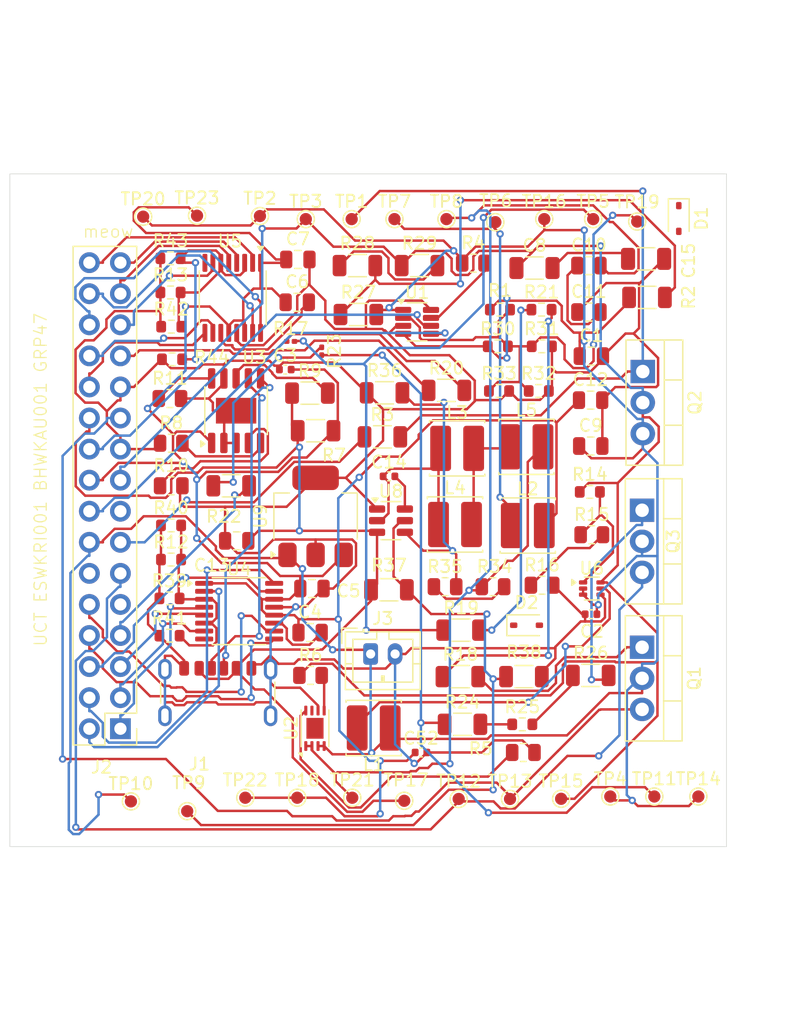
<source format=kicad_pcb>
(kicad_pcb (version 20241229) (generator "pcbnew") (generator_version "9.0")
  (layers (0 "F.Cu" signal) (2 "B.Cu" signal) (13 "F.Paste" user) (15 "B.Paste" user) (5 "F.SilkS" user "F.Silkscreen") (7 "B.SilkS" user "B.Silkscreen") (1 "F.Mask" user) (3 "B.Mask" user) (25 "Edge.Cuts" user))
  (net 0 "")
  (net 1 "+BATT")
  (net 2 "-BATT")
  (net 3 "/3V3")
  (net 4 "Net-(U4-VCP)")
  (net 5 "Net-(U5-VCP)")
  (net 6 "Net-(C15-Pad1)")
  (net 7 "/5V")
  (net 8 "Net-(C10-Pad1)")
  (net 9 "/USB 5V")
  (net 10 "/9V")
  (net 11 "Net-(U8-BST)")
  (net 12 "Net-(U8-SW)")
  (net 13 "Net-(J1-CC1)")
  (net 14 "Net-(J1-CC2)")
  (net 15 "/I2C1_SCL")
  (net 16 "/MOTOR1_CTRL2")
  (net 17 "/MOTOR2_CTRL2")
  (net 18 "/FAST_CHARGE_CTRL")
  (net 19 "/MOTOR3_A_OUT")
  (net 20 "/CTRL_EXT_LOAD2")
  (net 21 "/MOTOR1_A_OUT")
  (net 22 "/MOTOR3_CTRL1")
  (net 23 "/MOTOR4_A_OUT")
  (net 24 "/MOTOR4_B_OUT")
  (net 25 "/CTRL_EXT_LOAD1")
  (net 26 "/MOTOR1_B_OUT")
  (net 27 "/MOTOR2_CTRL1")
  (net 28 "/MOTOR4_CTRL2")
  (net 29 "/MOTOR3_B_OUT")
  (net 30 "/EXT_LOAD1_OUT")
  (net 31 "/MOTOR1_CTRL1")
  (net 32 "/USART2_RX")
  (net 33 "/USART2_TX")
  (net 35 "/EXT_LOAD2_OUT")
  (net 36 "/MOTOR2_B_OUT")
  (net 37 "/MOTOR3_CTRL2")
  (net 38 "/I2C1_SDA")
  (net 39 "/MOTOR4_CTRL1")
  (net 40 "/MOTOR2_A_OUT")
  (net 41 "Net-(U6-SW)")
  (net 42 "Net-(U7-SW)")
  (net 43 "Net-(L3-Pad2)")
  (net 44 "Net-(Q1-B)")
  (net 45 "Net-(Q2-B)")
  (net 46 "Net-(Q3-B)")
  (net 47 "Net-(U1-IN-)")
  (net 48 "Net-(R2-Pad1)")
  (net 49 "Net-(U1-A0)")
  (net 50 "Net-(U2-PROG)")
  (net 51 "Net-(U2-STAT)")
  (net 52 "Net-(U3-DM)")
  (net 53 "Net-(U3-VBUS)")
  (net 54 "Net-(U3-DP)")
  (net 55 "Net-(U3-PG)")
  (net 56 "Net-(U4-AISEN)")
  (net 57 "Net-(U5-AISEN)")
  (net 58 "Net-(U6-FB)")
  (net 59 "Net-(R15-Pad2)")
  (net 60 "Net-(R17-Pad1)")
  (net 61 "Net-(D1-PadC)")
  (net 62 "Net-(R18-Pad1)")
  (net 63 "Net-(R19-Pad2)")
  (net 64 "Net-(R22-Pad2)")
  (net 65 "Net-(D2-PadC)")
  (net 66 "Net-(R24-Pad2)")
  (net 67 "Net-(R25-Pad2)")
  (net 68 "Net-(R28-Pad1)")
  (net 69 "Net-(R34-Pad2)")
  (net 70 "Net-(U8-FB)")
  (net 71 "Net-(U8-EN)")
  (footprint "Capacitor_SMD:C_0805_2012Metric" (layer "F.Cu") (at 167 74)
    (property "Reference" "C6")
    (property "Value" "10n")
  )
  (footprint "Resistor_SMD:R_0805_2012Metric" (layer "F.Cu") (at 191.0875 93)
    (property "Reference" "R15")
    (property "Value" "220k")
  )
  (footprint "Package_SO:TSSOP-16_4.4x5mm_P0.65mm" (layer "F.Cu") (at 161.725 73.6375 -90)
    (property "Reference" "U5")
    (property "Value" "DRV8833PWPR")
  )
  (footprint "TestPoint:TestPoint_Pad_D1.0mm" (layer "F.Cu") (at 153.4 114.8)
    (property "Reference" "TP10")
    (property "Value" "TestPoint")
  )
  (footprint "Resistor_SMD:R_0603_1608Metric" (layer "F.Cu") (at 156.681 92.237)
    (property "Reference" "R40")
    (property "Value" "1")
  )
  (footprint "TestPoint:TestPoint_Pad_D1.0mm" (layer "F.Cu") (at 163.95 66.95)
    (property "Reference" "TP2")
    (property "Value" "TestPoint")
  )
  (footprint "Resistor_SMD:R_1206_3216Metric" (layer "F.Cu") (at 173.9625 85)
    (property "Reference" "R3")
    (property "Value" "300")
  )
  (footprint "TestPoint:TestPoint_Pad_D1.0mm" (layer "F.Cu") (at 192.6 114.4)
    (property "Reference" "TP4")
    (property "Value" "TestPoint")
  )
  (footprint "Resistor_SMD:R_0805_2012Metric" (layer "F.Cu") (at 187.0195 97.127)
    (property "Reference" "R16")
    (property "Value" "51k")
  )
  (footprint "Capacitor_SMD:C_0805_2012Metric" (layer "F.Cu") (at 167.05 70.5)
    (property "Reference" "C7")
    (property "Value" "10n")
  )
  (footprint "Resistor_SMD:R_1206_3216Metric" (layer "F.Cu") (at 172 75)
    (property "Reference" "R27")
    (property "Value" "10")
  )
  (footprint "Capacitor_SMD:C_0805_2012Metric" (layer "F.Cu") (at 191.05 78.4)
    (property "Reference" "C1")
    (property "Value" "10u")
  )
  (footprint "Package_TO_SOT_SMD:SOT-223-3_TabPin2" (layer "F.Cu") (at 168.5 91.5 90)
    (property "Reference" "U9")
    (property "Value" "TC1262-33")
  )
  (footprint "Package_TO_SOT_THT:TO-220-3_Vertical" (layer "F.Cu") (at 195.2 91 -90)
    (property "Reference" "Q3")
    (property "Value" "TIP41C")
  )
  (footprint "Resistor_SMD:R_0603_1608Metric" (layer "F.Cu") (at 156.681 95.031)
    (property "Reference" "R12")
    (property "Value" "1")
  )
  (footprint "Resistor_SMD:R_0603_1608Metric" (layer "F.Cu") (at 156.554 98.206)
    (property "Reference" "R39")
    (property "Value" "1")
  )
  (footprint "Resistor_SMD:R_0603_1608Metric" (layer "F.Cu") (at 186.975 74.6)
    (property "Reference" "R21")
    (property "Value" "4.7")
  )
  (footprint "Capacitor_SMD:C_0805_2012Metric" (layer "F.Cu") (at 190.85 71)
    (property "Reference" "C10")
    (property "Value" "10u")
  )
  (footprint "Resistor_SMD:R_1206_3216Metric" (layer "F.Cu") (at 174.1375 81.4)
    (property "Reference" "R36")
    (property "Value" "10k")
  )
  (footprint "TestPoint:TestPoint_Pad_D1.0mm" (layer "F.Cu") (at 175.75 114.75)
    (property "Reference" "TP17")
    (property "Value" "TestPoint")
  )
  (footprint "TestPoint:TestPoint_Pad_D1.0mm" (layer "F.Cu") (at 194.8 67.4 -90)
    (property "Reference" "TP19")
    (property "Value" "TestPoint")
  )
  (footprint "Inductor_SMD:L_Cenker_CKCS4020" (layer "F.Cu") (at 185.743 85.814)
    (property "Reference" "L5")
    (property "Value" "2.2u")
  )
  (footprint "Capacitor_SMD:C_0805_2012Metric" (layer "F.Cu") (at 162.05 93.5 180)
    (property "Reference" "C13")
    (property "Value" "10u")
  )
  (footprint "Resistor_SMD:R_0603_1608Metric" (layer "F.Cu") (at 183.575 74.6)
    (property "Reference" "R1")
    (property "Value" "1")
  )
  (footprint "Resistor_SMD:R_1206_3216Metric" (layer "F.Cu") (at 174.5 97.5 180)
    (property "Reference" "R37")
    (property "Value" "10k")
  )
  (footprint "Package_TO_SOT_SMD:TSOT-23-6" (layer "F.Cu") (at 174.6625 91.85)
    (property "Reference" "U8")
    (property "Value" "AP62300WU")
  )
  (footprint "Resistor_SMD:R_1206_3216Metric" (layer "F.Cu") (at 168.0375 81.424)
    (property "Reference" "R9")
    (property "Value" "10k")
  )
  (footprint "Connector_JST:JST_PH_B2B-PH-K_1x02_P2.00mm_Vertical" (layer "F.Cu") (at 173 102.75)
    (property "Reference" "J3")
    (property "Value" "Conn_01x02_Pin")
  )
  (footprint "Resistor_SMD:R_0603_1608Metric" (layer "F.Cu") (at 183.5 81.25)
    (property "Reference" "R33")
    (property "Value" "1")
  )
  (footprint "Resistor_SMD:R_1206_3216Metric" (layer "F.Cu") (at 179.2 81.2)
    (property "Reference" "R20")
    (property "Value" "10")
  )
  (footprint "TestPoint:TestPoint_Pad_D1.0mm" (layer "F.Cu") (at 174.95 67.2)
    (property "Reference" "TP7")
    (property "Value" "TestPoint")
  )
  (footprint "Resistor_SMD:R_0805_2012Metric" (layer "F.Cu") (at 181.4 70.8)
    (property "Reference" "R4")
    (property "Value" "3.3k")
  )
  (footprint "Resistor_SMD:R_0805_2012Metric" (layer "F.Cu") (at 183.0055 97.25)
    (property "Reference" "R34")
    (property "Value" "51k")
  )
  (footprint "Resistor_SMD:R_1206_3216Metric" (layer "F.Cu") (at 177 71)
    (property "Reference" "R29")
    (property "Value" "10")
  )
  (footprint "TestPoint:TestPoint_Pad_D1.0mm" (layer "F.Cu") (at 162.75 114.5)
    (property "Reference" "TP22")
    (property "Value" "TestPoint")
  )
  (footprint "TestPoint:TestPoint_Pad_D1.0mm" (layer "F.Cu") (at 180.2 114.6)
    (property "Reference" "TP12")
    (property "Value" "TestPoint")
  )
  (footprint "Capacitor_SMD:C_0805_2012Metric" (layer "F.Cu") (at 168.05 101)
    (property "Reference" "C4")
    (property "Value" "10n")
  )
  (footprint "TestPoint:TestPoint_Pad_D1.0mm" (layer "F.Cu") (at 171.45 67.2)
    (property "Reference" "TP1")
    (property "Value" "TestPoint")
  )
  (footprint "TestPoint:TestPoint_Pad_D1.0mm" (layer "F.Cu") (at 158 115.6 90)
    (property "Reference" "TP9")
    (property "Value" "TestPoint")
  )
  (footprint "TestPoint:TestPoint_Pad_D1.0mm" (layer "F.Cu") (at 184.4 114.6)
    (property "Reference" "TP13")
    (property "Value" "TestPoint")
  )
  (footprint "TestPoint:TestPoint_Pad_D1.0mm" (layer "F.Cu") (at 196.2 114.4)
    (property "Reference" "TP11")
    (property "Value" "TestPoint")
  )
  (footprint "Diode_SMD:D_SOD-323" (layer "F.Cu") (at 198.2 67.15 -90)
    (property "Reference" "D1")
    (property "Value" "BZT52C3V0S")
  )
  (footprint "Package_TO_SOT_THT:TO-220-3_Vertical" (layer "F.Cu") (at 195.2 102.2 -90)
    (property "Reference" "Q1")
    (property "Value" "TIP41C")
  )
  (footprint "Resistor_SMD:R_1206_3216Metric" (layer "F.Cu") (at 180.4 100.8)
    (property "Reference" "R19")
    (property "Value" "10")
  )
  (footprint "Inductor_SMD:L_Cenker_CKCS4020" (layer "F.Cu") (at 179.901 92.164)
    (property "Reference" "L4")
    (property "Value" "2.2u")
  )
  (footprint "Resistor_SMD:R_0805_2012Metric" (layer "F.Cu") (at 168.0875 104.5)
    (property "Reference" "R6")
    (property "Value" "470")
  )
  (footprint "Resistor_SMD:R_1206_3216Metric" (layer "F.Cu") (at 195.6 73.6 180)
    (property "Reference" "R2")
    (property "Value" "10")
  )
  (footprint "Package_DFN_QFN:DFN-8-1EP_3x2mm_P0.5mm_EP1.7x1.4mm" (layer "F.Cu") (at 168.45 108.825 90)
    (property "Reference" "U2")
    (property "Value" "MCP73831-3-MC")
  )
  (footprint "Capacitor_SMD:C_1206_3216Metric" (layer "F.Cu") (at 186.4 71.2)
    (property "Reference" "C8")
    (property "Value" "22u")
  )
  (footprint "Resistor_SMD:R_1206_3216Metric" (layer "F.Cu") (at 180.3375 104.6)
    (property "Reference" "R18")
    (property "Value" "100")
  )
  (footprint "Resistor_SMD:R_0805_2012Metric" (layer "F.Cu") (at 156.6945 85.522)
    (property "Reference" "R8")
    (property "Value" "22k")
  )
  (footprint "Resistor_SMD:R_0603_1608Metric" (layer "F.Cu") (at 190.925 89.5)
    (property "Reference" "R14")
    (property "Value" "2M")
  )
  (footprint "TestPoint:TestPoint_Pad_D1.0mm" (layer "F.Cu") (at 183.2 67.45 90)
    (property "Reference" "TP6")
    (property "Value" "TestPoint")
  )
  (footprint "Resistor_SMD:R_1206_3216Metric" (layer "F.Cu") (at 185.5375 104.6 180)
    (property "Reference" "R38")
    (property "Value" "10k")
  )
  (footprint "Package_TO_SOT_SMD:SOT-23-8" (layer "F.Cu") (at 176.8 75.6)
    (property "Reference" "U1")
    (property "Value" "INA219AxDCN")
  )
  (footprint "Resistor_SMD:R_0201_0603Metric" (layer "F.Cu") (at 166.455 77.2)
    (property "Reference" "R17")
    (property "Value" "2")
  )
  (footprint "Resistor_SMD:R_0603_1608Metric" (layer "F.Cu") (at 156.636 70.404)
    (property "Reference" "R43")
    (property "Value" "1")
  )
  (footprint "Resistor_SMD:R_0805_2012Metric" (layer "F.Cu") (at 156.5875 81.868)
    (property "Reference" "R11")
    (property "Value" "22k")
  )
  (footprint "Resistor_SMD:R_0603_1608Metric" (layer "F.Cu") (at 183.4 77.6)
    (property "Reference" "R30")
    (property "Value" "1")
  )
  (footprint "Resistor_SMD:R_1206_3216Metric" (layer "F.Cu") (at 168.5 84.5)
    (property "Reference" "R7")
    (property "Value" "1k")
  )
  (footprint "Package_SO:SSOP-10-1EP_3.9x4.9mm_P1mm_EP2.1x3.3mm" (layer "F.Cu") (at 162 82.8625 90)
    (property "Reference" "U3")
    (property "Value" "CH224K")
  )
  (footprint "Capacitor_SMD:C_0805_2012Metric" (layer "F.Cu") (at 190.85 74.8)
    (property "Reference" "C11")
    (property "Value" "10u")
  )
  (footprint "TestPoint:TestPoint_Pad_D1.0mm" (layer "F.Cu") (at 187.2 67.2)
    (property "Reference" "TP16")
    (property "Value" "TestPoint")
  )
  (footprint "Resistor_SMD:R_1206_3216Metric" (layer "F.Cu") (at 171.92 71)
    (property "Reference" "R28")
    (property "Value" "10")
  )
  (footprint "Resistor_SMD:R_0805_2012Metric" (layer "F.Cu") (at 179.0875 97.25)
    (property "Reference" "R35")
    (property "Value" "1.2k")
  )
  (footprint "Capacitor_SMD:C_0805_2012Metric" (layer "F.Cu") (at 168.2 97.4)
    (property "Reference" "C5")
    (property "Value" "10n")
  )
  (footprint "Resistor_SMD:R_0805_2012Metric" (layer "F.Cu") (at 185.4875 110.8)
    (property "Reference" "R5")
    (property "Value" "2k")
  )
  (footprint "Resistor_SMD:R_0603_1608Metric" (layer "F.Cu") (at 156.699 75.992)
    (property "Reference" "R42")
    (property "Value" "1")
  )
  (footprint "Resistor_SMD:R_0805_2012Metric" (layer "F.Cu") (at 156.6945 89)
    (property "Reference" "R10")
    (property "Value" "22k")
  )
  (footprint "TestPoint:TestPoint_Pad_D1.0mm" (layer "F.Cu") (at 167 114.5)
    (property "Reference" "TP18")
    (property "Value" "TestPoint")
  )
  (footprint "Capacitor_SMD:C_0402_1005Metric" (layer "F.Cu") (at 166.02 79.5)
    (property "Reference" "C3")
    (property "Value" "1u")
  )
  (footprint "Inductor_SMD:L_Cenker_CKCS4020" (layer "F.Cu") (at 180.075 85.941)
    (property "Reference" "L3")
    (property "Value" "2.2u")
  )
  (footprint "Capacitor_SMD:C_0402_1005Metric" (layer "F.Cu") (at 177.12 110.8)
    (property "Reference" "C52")
    (property "Value" "1u")
  )
  (footprint "Capacitor_SMD:C_0402_1005Metric" (layer "F.Cu") (at 174.502 88.228)
    (property "Reference" "C14")
    (property "Value" "4.7u")
  )
  (footprint "Diode_SMD:D_SOD-323" (layer "F.Cu") (at 185.75 100.4)
    (property "Reference" "D2")
    (property "Value" "BZT52C3V0S")
  )
  (footprint "Package_TO_SOT_THT:TO-220-3_Vertical" (layer "F.Cu") (at 195.255 79.66 -90)
    (property "Reference" "Q2")
    (property "Value" "TIP41C")
  )
  (footprint "TestPoint:TestPoint_Pad_D1.0mm" (layer "F.Cu") (at 158.805 66.921)
    (property "Reference" "TP23")
    (property "Value" "TestPoint")
  )
  (footprint "Inductor_SMD:L_Cenker_CKCS4020" (layer "F.Cu") (at 173.25 108.8 180)
    (property "Reference" "L1")
    (property "Value" "2.2u")
  )
  (footprint "TestPoint:TestPoint_Pad_D1.0mm" (layer "F.Cu") (at 167.7 67.2)
    (property "Reference" "TP3")
    (property "Value" "TestPoint")
  )
  (footprint "Resistor_SMD:R_0201_0603Metric" (layer "F.Cu") (at 169 78 -90)
    (property "Reference" "R23")
    (property "Value" "2")
  )
  (footprint "TestPoint:TestPoint_Pad_D1.0mm" (layer "F.Cu") (at 179.2 67.2)
    (property "Reference" "TP8")
    (property "Value" "TestPoint")
  )
  (footprint "Package_TO_SOT_SMD:SOT-563" (layer "F.Cu") (at 191.0875 97.4)
    (property "Reference" "U6")
    (property "Value" "TPS61023DRLR")
  )
  (footprint "Capacitor_SMD:C_0805_2012Metric" (layer "F.Cu") (at 191 85.75)
    (property "Reference" "C9")
    (property "Value" "10u")
  )
  (footprint "Resistor_SMD:R_1206_3216Metric" (layer "F.Cu") (at 180.5125 108.5)
    (property "Reference" "R24")
    (property "Value" "10")
  )
  (footprint "Connector_USB:USB_C_Receptacle_GCT_USB4125-xx-x_6P_TopMnt_Horizontal" (layer "F.Cu") (at 160.5 107)
    (property "Reference" "J1")
    (property "Value" "USB_C_Receptacle_PowerOnly_6P")
  )
  (footprint "Resistor_SMD:R_0603_1608Metric" (layer "F.Cu") (at 187 77.6)
    (property "Reference" "R31")
    (property "Value" "1")
  )
  (footprint "Resistor_SMD:R_0603_1608Metric" (layer "F.Cu") (at 186.75 81.25)
    (property "Reference" "R32")
    (property "Value" "1")
  )
  (footprint "Capacitor_SMD:C_0805_2012Metric" (layer "F.Cu") (at 190.988 82)
    (property "Reference" "C12")
    (property "Value" "10u")
  )
  (footprint "TestPoint:TestPoint_Pad_D1.0mm" (layer "F.Cu") (at 171.5 114.5)
    (property "Reference" "TP21")
    (property "Value" "TestPoint")
  )
  (footprint "Capacitor_SMD:C_0402_1005Metric" (layer "F.Cu") (at 191.02 99.5)
    (property "Reference" "C2")
    (property "Value" "4.7u")
  )
  (footprint "Resistor_SMD:R_0603_1608Metric" (layer "F.Cu") (at 156.554 101.254)
    (property "Reference" "R41")
    (property "Value" "1")
  )
  (footprint "Inductor_SMD:L_Cenker_CKCS4020" (layer "F.Cu") (at 185.85 92.25)
    (property "Reference" "L2")
    (property "Value" "2.2u")
  )
  (footprint "Resistor_SMD:R_1206_3216Metric" (layer "F.Cu") (at 161.6 89 180)
    (property "Reference" "R22")
    (property "Value" "10")
  )
  (footprint "Resistor_SMD:R_0603_1608Metric" (layer "F.Cu") (at 156.763 78.659)
    (property "Reference" "R44")
    (property "Value" "1")
  )
  (footprint "Resistor_SMD:R_0603_1608Metric" (layer "F.Cu") (at 185.4025 108.5)
    (property "Reference" "R25")
    (property "Value" "4.7")
  )
  (footprint "Package_SO:TSSOP-16_4.4x5mm_P0.65mm" (layer "F.Cu") (at 162.25 99.25)
    (property "Reference" "U4")
    (property "Value" "DRV8833PWPR")
  )
  (footprint "TestPoint:TestPoint_Pad_D1.0mm" (layer "F.Cu") (at 188.578 114.5865)
    (property "Reference" "TP15")
    (property "Value" "TestPoint")
  )
  (footprint "Resistor_SMD:R_1206_3216Metric" (layer "F.Cu") (at 191 104.5)
    (property "Reference" "R26")
    (property "Value" "100")
  )
  (footprint "TestPoint:TestPoint_Pad_D1.0mm" (layer "F.Cu") (at 154.4 67)
    (property "Reference" "TP20")
    (property "Value" "TestPoint")
  )
  (footprint "TestPoint:TestPoint_Pad_D1.0mm" (layer "F.Cu") (at 199.8 114.4)
    (property "Reference" "TP14")
    (property "Value" "TestPoint")
  )
  (footprint "Capacitor_SMD:C_1206_3216Metric" (layer "F.Cu") (at 195.525 70.45)
    (property "Reference" "C15")
    (property "Value" "22u")
  )
  (footprint "TestPoint:TestPoint_Pad_D1.0mm" (layer "F.Cu") (at 191.2 67.2)
    (property "Reference" "TP5")
    (property "Value" "TestPoint")
  )
  (footprint "Connector_PinHeader_2.54mm:PinHeader_2x16_P2.54mm_Vertical" (layer "F.Cu") (at 152.54 108.86 180)
    (property "Reference" "J2")
    (property "Value" "Conn_02x16_Odd_Even")
  )
  (footprint "Resistor_SMD:R_0603_1608Metric" (layer "F.Cu") (at 156.636 73.198)
    (property "Reference" "R13")
    (property "Value" "1")
  )
  (gr_rect (start 143.5 63.5) (end 202.1 118.5) (stroke (width 0.05)) (fill no) (layer "Edge.Cuts"))
  (gr_text "UCT ESWKRI001 BHWKAU001 GRP47" (at 146.6 102.2 90) (layer "F.SilkS") (effects (font (size 1 1) (thickness 0.1)) (justify left bottom)))
  (gr_text "meow" (at 149.4 68.8 0) (layer "F.SilkS") (effects (font (size 1 1) (thickness 0.1)) (justify left bottom)))
  (segment (start 172.9654 110.9491) (end 169.8741 110.9491) (width 0.2) (layer "F.Cu") (net 1))
  (segment (start 182.8479 109.4038) (end 189.0551 109.4038) (width 0.2) (layer "F.Cu") (net 1))
  (segment (start 166.2 94.65) (end 167.33 95.78) (width 0.2) (layer "F.Cu") (net 1))
  (segment (start 183.4788 73.8712) (end 182.75 74.6) (width 0.2) (layer "F.Cu") (net 1))
  (segment (start 195.2 104.74) (end 195.2 105.9442) (width 0.2) (layer "F.Cu") (net 1))
  (segment (start 199.0223 115.1777) (end 194.8497 115.1777) (width 0.2) (layer "F.Cu") (net 1))
  (segment (start 161.0088 94.9063) (end 165.9437 94.9063) (width 0.2) (layer "F.Cu") (net 1))
  (segment (start 171.7273 68.9581) (end 169.176 66.4068) (width 0.2) (layer "F.Cu") (net 1))
  (segment (start 190.1 76.4811) (end 190.1 77.1816) (width 0.2) (layer "F.Cu") (net 1))
  (segment (start 169.2 110.275) (end 168.7 110.275) (width 0.2) (layer "F.Cu") (net 1))
  (segment (start 151.1017 93.4822) (end 152.0656 92.5183) (width 0.2) (layer "F.Cu") (net 1))
  (segment (start 153.4153 92.5183) (end 154.4417 91.4919) (width 0.2) (layer "F.Cu") (net 1))
  (segment (start 174.2251 109.6894) (end 174.6 109.6894) (width 0.2) (layer "F.Cu") (net 1))
  (segment (start 191.0494 86.7494) (end 194.4498 86.7494) (width 0.2) (layer "F.Cu") (net 1))
  (segment (start 199.8 114.4) (end 199.0223 115.1777) (width 0.2) (layer "F.Cu") (net 1))
  (segment (start 184.1388 73.8712) (end 188.2039 73.8712) (width 0.2) (layer "F.Cu") (net 1))
  (segment (start 190.1 76.4811) (end 191.6007 76.4811) (width 0.2) (layer "F.Cu") (net 1))
  (segment (start 182.575 77.6) (end 183.5329 78.5579) (width 0.2) (layer "F.Cu") (net 1))
  (segment (start 180.4875 70.8) (end 180.4875 70.4851) (width 0.2) (layer "F.Cu") (net 1))
  (segment (start 191.6147 98.7262) (end 191.5 98.7262) (width 0.2) (layer "F.Cu") (net 1))
  (segment (start 187.2 68.1007) (end 190.4685 68.1007) (width 0.2) (layer "F.Cu") (net 1))
  (segment (start 185.8526 69.4481) (end 187.2 68.1007) (width 0.2) (layer "F.Cu") (net 1))
  (segment (start 181.5907 69.4481) (end 185.8526 69.4481) (width 0.2) (layer "F.Cu") (net 1))
  (segment (start 174.5128 74.625) (end 175.6625 74.625) (width 0.2) (layer "F.Cu") (net 1))
  (segment (start 179.7894 69.787) (end 178.9605 68.9581) (width 0.2) (layer "F.Cu") (net 1))
  (segment (start 164.4932 66.4068) (end 163.95 66.95) (width 0.2) (layer "F.Cu") (net 1))
  (segment (start 163.1816 67.7184) (end 155.1184 67.7184) (width 0.2) (layer "F.Cu") (net 1))
  (segment (start 165.9437 94.9063) (end 166.2 94.65) (width 0.2) (layer "F.Cu") (net 1))
  (segment (start 151.1017 93.62) (end 151.1017 93.4822) (width 0.2) (layer "F.Cu") (net 1))
  (segment (start 173.0824 110.8321) (end 172.9654 110.9491) (width 0.2) (layer "F.Cu") (net 1))
  (segment (start 160.3473 94.2448) (end 161.0088 94.9063) (width 0.2) (layer "F.Cu") (net 1))
  (segment (start 192.5147 105.9442) (end 195.2 105.9442) (width 0.2) (layer "F.Cu") (net 1))
  (segment (start 169.8934 102.4064) (end 172.6564 102.4064) (width 0.2) (layer "F.Cu") (net 1))
  (segment (start 169.176 66.4068) (end 164.4932 66.4068) (width 0.2) (layer "F.Cu") (net 1))
  (segment (start 191.5 98.7262) (end 191.2012 98.7262) (width 0.2) (layer "F.Cu") (net 1))
  (segment (start 194.8497 115.1777) (end 194.3897 114.7177) (width 0.2) (layer "F.Cu") (net 1))
  (segment (start 188.6289 75.5011) (end 189.6089 76.4811) (width 0.2) (layer "F.Cu") (net 1))
  (segment (start 173.4625 75) (end 173.8375 74.625) (width 0.2) (layer "F.Cu") (net 1))
  (segment (start 195.255 84.74) (end 195.255 85.9442) (width 0.2) (layer "F.Cu") (net 1))
  (segment (start 190.1 77.1816) (end 190.1 78.4) (width 0.2) (layer "F.Cu") (net 1))
  (segment (start 173.8375 74.625) (end 174.5128 74.625) (width 0.2) (layer "F.Cu") (net 1))
  (segment (start 180.4875 70.4851) (end 179.7894 69.787) (width 0.2) (layer "F.Cu") (net 1))
  (segment (start 150 93.62) (end 151.1017 93.62) (width 0.2) (layer "F.Cu") (net 1))
  (segment (start 182.5623 109.6894) (end 182.8479 109.4038) (width 0.2) (layer "F.Cu") (net 1))
  (segment (start 174.6 109.6894) (end 182.5623 109.6894) (width 0.2) (layer "F.Cu") (net 1))
  (segment (start 192.9177 114.7177) (end 192.6 114.4) (width 0.2) (layer "F.Cu") (net 1))
  (segment (start 154.4417 91.4919) (end 157.8874 91.4919) (width 0.2) (layer "F.Cu") (net 1))
  (segment (start 194.4498 86.7494) (end 195.255 85.9442) (width 0.2) (layer "F.Cu") (net 1))
  (segment (start 152.842 114.242) (end 153.4 114.8) (width 0.2) (layer "F.Cu") (net 1))
  (segment (start 160.3473 93.9518) (end 160.3473 94.2448) (width 0.2) (layer "F.Cu") (net 1))
  (segment (start 155.1184 67.7184) (end 154.4 67) (width 0.2) (layer "F.Cu") (net 1))
  (segment (start 180.4875 70.8) (end 180.4875 70.5513) (width 0.2) (layer "F.Cu") (net 1))
  (segment (start 174.5128 74.4402) (end 174.5128 74.625) (width 0.2) (layer "F.Cu") (net 1))
  (segment (start 180.4875 70.5513) (end 181.5907 69.4481) (width 0.2) (layer "F.Cu") (net 1))
  (segment (start 190.1 77.1816) (end 190.4685 77.1816) (width 0.2) (layer "F.Cu") (net 1))
  (segment (start 183.5329 78.5579) (end 184.1388 78.5579) (width 0.2) (layer "F.Cu") (net 1))
  (segment (start 163.95 66.95) (end 163.1816 67.7184) (width 0.2) (layer "F.Cu") (net 1))
  (segment (start 173.0824 110.8321) (end 174.2251 109.6894) (width 0.2) (layer "F.Cu") (net 1))
  (segment (start 191.5 99.5) (end 191.5 98.7262) (width 0.2) (layer "F.Cu") (net 1))
  (segment (start 172.6564 102.4064) (end 173 102.75) (width 0.2) (layer "F.Cu") (net 1))
  (segment (start 187.2 67.2) (end 187.2 68.1007) (width 0.2) (layer "F.Cu") (net 1))
  (segment (start 190.375 97.9) (end 190.375 97.4) (width 0.2) (layer "F.Cu") (net 1))
  (segment (start 176.6875 77.6) (end 175.6625 76.575) (width 0.2) (layer "F.Cu") (net 1))
  (segment (start 188.6289 74.2962) (end 188.6289 75.5011) (width 0.2) (layer "F.Cu") (net 1))
  (segment (start 152.0656 92.5183) (end 153.4153 92.5183) (width 0.2) (layer "F.Cu") (net 1))
  (segment (start 189.0551 109.4038) (end 192.5147 105.9442) (width 0.2) (layer "F.Cu") (net 1))
  (segment (start 191.2012 98.7262) (end 190.375 97.9) (width 0.2) (layer "F.Cu") (net 1))
  (segment (start 169.8741 110.9491) (end 169.2 110.275) (width 0.2) (layer "F.Cu") (net 1))
  (segment (start 189.6089 76.4811) (end 190.1 76.4811) (width 0.2) (layer "F.Cu") (net 1))
  (segment (start 194.1375 73.9443) (end 194.1375 73.6) (width 0.2) (layer "F.Cu") (net 1))
  (segment (start 184.1388 73.8712) (end 183.4788 73.8712) (width 0.2) (layer "F.Cu") (net 1))
  (segment (start 188.2039 73.8712) (end 188.6289 74.2962) (width 0.2) (layer "F.Cu") (net 1))
  (segment (start 191.6007 76.4811) (end 194.1375 73.9443) (width 0.2) (layer "F.Cu") (net 1))
  (segment (start 157.8874 91.4919) (end 160.3473 93.9518) (width 0.2) (layer "F.Cu") (net 1))
  (segment (start 174.6 109.6894) (end 174.6 108.8) (width 0.2) (layer "F.Cu") (net 1))
  (segment (start 184.1388 73.8712) (end 184.1388 73.6678) (width 0.2) (layer "F.Cu") (net 1))
  (segment (start 190.05 85.75) (end 191.0494 86.7494) (width 0.2) (layer "F.Cu") (net 1))
  (segment (start 182.575 77.6) (end 176.6875 77.6) (width 0.2) (layer "F.Cu") (net 1))
  (segment (start 194.3897 114.7177) (end 192.9177 114.7177) (width 0.2) (layer "F.Cu") (net 1))
  (segment (start 150.75 114.242) (end 152.842 114.242) (width 0.2) (layer "F.Cu") (net 1))
  (segment (start 167.33 95.78) (end 167.4241 95.78) (width 0.2) (layer "F.Cu") (net 1))
  (segment (start 178.9605 68.9581) (end 171.7273 68.9581) (width 0.2) (layer "F.Cu") (net 1))
  (via (at 190.4685 68.1007) (size 0.6) (drill 0.3) (layers "F.Cu" "B.Cu") (net 1))
  (via (at 184.1388 73.6678) (size 0.6) (drill 0.3) (layers "F.Cu" "B.Cu") (net 1))
  (via (at 174.5128 74.4402) (size 0.6) (drill 0.3) (layers "F.Cu" "B.Cu") (net 1))
  (via (at 184.1388 78.5579) (size 0.6) (drill 0.3) (layers "F.Cu" "B.Cu") (net 1))
  (via (at 169.8934 102.4064) (size 0.6) (drill 0.3) (layers "F.Cu" "B.Cu") (net 1))
  (via (at 179.7894 69.787) (size 0.6) (drill 0.3) (layers "F.Cu" "B.Cu") (net 1))
  (via (at 150.75 114.242) (size 0.6) (drill 0.3) (layers "F.Cu" "B.Cu") (net 1))
  (via (at 167.4241 95.78) (size 0.6) (drill 0.3) (layers "F.Cu" "B.Cu") (net 1))
  (via (at 191.6147 98.7262) (size 0.6) (drill 0.3) (layers "F.Cu" "B.Cu") (net 1))
  (via (at 173.0824 110.8321) (size 0.6) (drill 0.3) (layers "F.Cu" "B.Cu") (net 1))
  (via (at 190.4685 77.1816) (size 0.6) (drill 0.3) (layers "F.Cu" "B.Cu") (net 1))
  (via (at 194.3897 114.7177) (size 0.6) (drill 0.3) (layers "F.Cu" "B.Cu") (net 1))
  (segment (start 179.166 69.787) (end 179.7894 69.787) (width 0.2) (layer "B.Cu") (net 1))
  (segment (start 195.2 103.5358) (end 196.1784 103.5358) (width 0.2) (layer "B.Cu") (net 1))
  (segment (start 148.4525 111.5317) (end 148.3187 111.6655) (width 0.2) (layer "B.Cu") (net 1))
  (segment (start 195.2 104.512) (end 193.9483 105.7637) (width 0.2) (layer "B.Cu") (net 1))
  (segment (start 149.1639 117.4695) (end 150.75 115.8834) (width 0.2) (layer "B.Cu") (net 1))
  (segment (start 195.2 94.7442) (end 194.7689 94.7442) (width 0.2) (layer "B.Cu") (net 1))
  (segment (start 196.1784 103.5358) (end 196.4537 103.2605) (width 0.2) (layer "B.Cu") (net 1))
  (segment (start 148.3187 117.1169) (end 148.6713 117.4695) (width 0.2) (layer "B.Cu") (net 1))
  (segment (start 148.4525 96.1315) (end 148.4525 111.5317) (width 0.2) (layer "B.Cu") (net 1))
  (segment (start 184.1388 78.5579) (end 184.1388 73.6678) (width 0.2) (layer "B.Cu") (net 1))
  (segment (start 173 110.7497) (end 173.0824 110.8321) (width 0.2) (layer "B.Cu") (net 1))
  (segment (start 191.6147 97.8984) (end 191.6147 98.7262) (width 0.2) (layer "B.Cu") (net 1))
  (segment (start 194.7689 94.7442) (end 191.6147 97.8984) (width 0.2) (layer "B.Cu") (net 1))
  (segment (start 195.255 84.74) (end 195.255 83.5358) (width 0.2) (layer "B.Cu") (net 1))
  (segment (start 174.5128 74.4402) (end 179.166 69.787) (width 0.2) (layer "B.Cu") (net 1))
  (segment (start 196.4537 94.7442) (end 195.2 94.7442) (width 0.2) (layer "B.Cu") (net 1))
  (segment (start 195.255 84.74) (end 195.255 85.9442) (width 0.2) (layer "B.Cu") (net 1))
  (segment (start 196.4537 94.7442) (end 196.4537 87.1429) (width 0.2) (layer "B.Cu") (net 1))
  (segment (start 149.8623 94.7217) (end 148.4525 96.1315) (width 0.2) (layer "B.Cu") (net 1))
  (segment (start 167.4241 99.9371) (end 167.4241 95.78) (width 0.2) (layer "B.Cu") (net 1))
  (segment (start 195.2 93.54) (end 195.2 94.7442) (width 0.2) (layer "B.Cu") (net 1))
  (segment (start 195.255 83.5358) (end 194.8034 83.5358) (width 0.2) (layer "B.Cu") (net 1))
  (segment (start 193.9483 114.2763) (end 194.3897 114.7177) (width 0.2) (layer "B.Cu") (net 1))
  (segment (start 150.75 115.8834) (end 150.75 114.242) (width 0.2) (layer "B.Cu") (net 1))
  (segment (start 148.3187 111.6655) (end 148.3187 117.1169) (width 0.2) (layer "B.Cu") (net 1))
  (segment (start 195.2 104.74) (end 195.2 104.512) (width 0.2) (layer "B.Cu") (net 1))
  (segment (start 196.4537 103.2605) (end 196.4537 94.7442) (width 0.2) (layer "B.Cu") (net 1))
  (segment (start 195.2 104.1379) (end 195.2 103.5358) (width 0.2) (layer "B.Cu") (net 1))
  (segment (start 193.9483 105.7637) (end 193.9483 114.2763) (width 0.2) (layer "B.Cu") (net 1))
  (segment (start 169.8934 102.4064) (end 167.4241 99.9371) (width 0.2) (layer "B.Cu") (net 1))
  (segment (start 194.8034 83.5358) (end 190.4685 79.2009) (width 0.2) (layer "B.Cu") (net 1))
  (segment (start 150 94.7217) (end 149.8623 94.7217) (width 0.2) (layer "B.Cu") (net 1))
  (segment (start 173 102.75) (end 173 110.7497) (width 0.2) (layer "B.Cu") (net 1))
  (segment (start 150 93.62) (end 150 94.7217) (width 0.2) (layer "B.Cu") (net 1))
  (segment (start 148.6713 117.4695) (end 149.1639 117.4695) (width 0.2) (layer "B.Cu") (net 1))
  (segment (start 190.4685 79.2009) (end 190.4685 77.1816) (width 0.2) (layer "B.Cu") (net 1))
  (segment (start 190.4685 77.1816) (end 190.4685 68.1007) (width 0.2) (layer "B.Cu") (net 1))
  (segment (start 196.4537 87.1429) (end 195.255 85.9442) (width 0.2) (layer "B.Cu") (net 1))
  (segment (start 195.2 104.1379) (end 195.2 104.512) (width 0.2) (layer "B.Cu") (net 1))
  (segment (start 190.54 100.0899) (end 190.54 100.09) (width 0.2) (layer "F.Cu") (net 2))
  (segment (start 155.856 95.031) (end 155.729 95.158) (width 0.2) (layer "F.Cu") (net 2))
  (segment (start 157.5 81.868) (end 159.7651 81.868) (width 0.2) (layer "F.Cu") (net 2))
  (segment (start 161.0254 85.5) (end 161.0254 82.8625) (width 0.2) (layer "F.Cu") (net 2))
  (segment (start 174.177 76.2993) (end 174.4548 76.577) (width 0.2) (layer "F.Cu") (net 2))
  (segment (start 181.5149 80.404) (end 181.5149 81.9952) (width 0.2) (layer "F.Cu") (net 2))
  (segment (start 161 79.0817) (end 161.3047 78.777) (width 0.2) (layer "F.Cu") (net 2))
  (segment (start 155.811 74.7201) (end 155.811 75.929) (width 0.2) (layer "F.Cu") (net 2))
  (segment (start 167.24 105.5084) (end 165.2267 105.5084) (width 0.2) (layer "F.Cu") (net 2))
  (segment (start 168.7 106.9684) (end 167.24 105.5084) (width 0.2) (layer "F.Cu") (net 2))
  (segment (start 155.729 95.158) (end 155.729 98.206) (width 0.2) (layer "F.Cu") (net 2))
  (segment (start 155.729 98.206) (end 154.8002 99.1348) (width 0.2) (layer "F.Cu") (net 2))
  (segment (start 157.9813 106.6983) (end 160.3615 106.6983) (width 0.2) (layer "F.Cu") (net 2))
  (segment (start 153.6417 80.92) (end 155.9027 78.659) (width 0.2) (layer "F.Cu") (net 2))
  (segment (start 196.5067 80.7729) (end 196.3496 80.93) (width 0.2) (layer "F.Cu") (net 2))
  (segment (start 163.6355 106.6983) (end 164.82 106.6983) (width 0.2) (layer "F.Cu") (net 2))
  (segment (start 156.18 104) (end 156.18 102.8983) (width 0.2) (layer "F.Cu") (net 2))
  (segment (start 163.25 103.92) (end 163.5743 103.5957) (width 0.2) (layer "F.Cu") (net 2))
  (segment (start 194.9538 76.1115) (end 194.5091 76.5562) (width 0.2) (layer "F.Cu") (net 2))
  (segment (start 156.18 102.8983) (end 156.7283 102.8983) (width 0.2) (layer "F.Cu") (net 2))
  (segment (start 186.8475 81.9775) (end 185.0525 81.9775) (width 0.2) (layer "F.Cu") (net 2))
  (segment (start 157.4201 89.1869) (end 157.4201 90.393) (width 0.2) (layer "F.Cu") (net 2))
  (segment (start 161 80.225) (end 161 80.6331) (width 0.2) (layer "F.Cu") (net 2))
  (segment (start 167 74.7423) (end 167 73.4997) (width 0.2) (layer "F.Cu") (net 2))
  (segment (start 165.5902 79.1826) (end 165.8469 78.9259) (width 0.2) (layer "F.Cu") (net 2))
  (segment (start 187.825 81) (end 187.575 81.25) (width 0.2) (layer "F.Cu") (net 2))
  (segment (start 177.1755 73.863) (end 177.9375 74.625) (width 0.2) (layer "F.Cu") (net 2))
  (segment (start 187.825 77.6) (end 187.825 79.3777) (width 0.2) (layer "F.Cu") (net 2))
  (segment (start 191.8 97.9) (end 192.1664 98.2664) (width 0.2) (layer "F.Cu") (net 2))
  (segment (start 167.9614 72.5383) (end 169.2968 73.8738) (width 0.2) (layer "F.Cu") (net 2))
  (segment (start 183.5798 81.9952) (end 184.325 81.25) (width 0.2) (layer "F.Cu") (net 2))
  (segment (start 171.8044 93.7029) (end 171.8044 95.5318) (width 0.2) (layer "F.Cu") (net 2))
  (segment (start 175.6625 75.925) (end 175.1068 75.925) (width 0.2) (layer "F.Cu") (net 2))
  (segment (start 180.8629 82.7405) (end 174.0155 82.7405) (width 0.2) (layer "F.Cu") (net 2))
  (segment (start 151.3939 76.0756) (end 150.3595 77.11) (width 0.2) (layer "F.Cu") (net 2))
  (segment (start 193.008 80.93) (end 191.938 82) (width 0.2) (layer "F.Cu") (net 2))
  (segment (start 175.1068 75.925) (end 174.4548 76.577) (width 0.2) (layer "F.Cu") (net 2))
  (segment (start 164.82 104) (end 164.82 102.8983) (width 0.2) (layer "F.Cu") (net 2))
  (segment (start 155.811 74.7201) (end 152.0724 74.7201) (width 0.2) (layer "F.Cu") (net 2))
  (segment (start 158.9564 79.3865) (end 159.2612 79.0817) (width 0.2) (layer "F.Cu") (net 2))
  (segment (start 182.1242 110.8) (end 177.6 110.8) (width 0.2) (layer "F.Cu") (net 2))
  (segment (start 185.4132 109.8132) (end 183.111 109.8132) (width 0.2) (layer "F.Cu") (net 2))
  (segment (start 156.18 106.6983) (end 156.7704 106.6983) (width 0.2) (layer "F.Cu") (net 2))
  (segment (start 192 78.4) (end 193.8438 76.5562) (width 0.2) (layer "F.Cu") (net 2))
  (segment (start 165.1333 79.1826) (end 165.54 79.1826) (width 0.2) (layer "F.Cu") (net 2))
  (segment (start 167.6591 98.8909) (end 169.15 97.4) (width 0.2) (layer "F.Cu") (net 2))
  (segment (start 191.95 82.012) (end 191.938 82) (width 0.2) (layer "F.Cu") (net 2))
  (segment (start 172.675 81.4) (end 174.0155 82.7405) (width 0.2) (layer "F.Cu") (net 2))
  (segment (start 169.2968 75.4159) (end 170.0651 76.1842) (width 0.2) (layer "F.Cu") (net 2))
  (segment (start 175 102.75) (end 175.4259 102.75) (width 0.2) (layer "F.Cu") (net 2))
  (segment (start 174.0155 85.3095) (end 174.0155 82.7405) (width 0.2) (layer "F.Cu") (net 2))
  (segment (start 188.1075 102.1643) (end 188.1075 102.2791) (width 0.2) (layer "F.Cu") (net 2))
  (segment (start 155.938 78.659) (end 156.6655 79.3865) (width 0.2) (layer "F.Cu") (net 2))
  (segment (start 165.54 79.1826) (end 165.5902 79.1826) (width 0.2) (layer "F.Cu") (net 2))
  (segment (start 177.6 110.8) (end 176.7033 111.6967) (width 0.2) (layer "F.Cu") (net 2))
  (segment (start 152.3117 82.0217) (end 152.54 82.0217) (width 0.2) (layer "F.Cu") (net 2))
  (segment (start 149.6523 82.2036) (end 150.7276 82.2036) (width 0.2) (layer "F.Cu") (net 2))
  (segment (start 163.4597 106.8741) (end 163.6355 106.6983) (width 0.2) (layer "F.Cu") (net 2))
  (segment (start 151.4287 82.9047) (end 152.3117 82.0217) (width 0.2) (layer "F.Cu") (net 2))
  (segment (start 196.5067 78.5538) (end 196.5067 80.7729) (width 0.2) (layer "F.Cu") (net 2))
  (segment (start 168.5 88.35) (end 170.975 88.35) (width 0.2) (layer "F.Cu") (net 2))
  (segment (start 161.0254 85.5) (end 161 85.5) (width 0.2) (layer "F.Cu") (net 2))
  (segment (start 165.2267 105.5084) (end 164.82 105.1017) (width 0.2) (layer "F.Cu") (net 2))
  (segment (start 195.0189 72.4311) (end 197 70.45) (width 0.2) (layer "F.Cu") (net 2))
  (segment (start 170.975 88.35) (end 173.525 90.9) (width 0.2) (layer "F.Cu") (net 2))
  (segment (start 161.3047 78.777) (end 164.7277 78.777) (width 0.2) (layer "F.Cu") (net 2))
  (segment (start 189.9 74.8) (end 192.2689 72.4311) (width 0.2) (layer "F.Cu") (net 2))
  (segment (start 165.4691 103.5474) (end 164.82 102.8983) (width 0.2) (layer "F.Cu") (net 2))
  (segment (start 191.95 85.75) (end 191.95 82.012) (width 0.2) (layer "F.Cu") (net 2))
  (segment (start 190.9192 79.7294) (end 192 78.6486) (width 0.2) (layer "F.Cu") (net 2))
  (segment (start 171.8044 95.5318) (end 169.9362 97.4) (width 0.2) (layer "F.Cu") (net 2))
  (segment (start 156.7283 102.8983) (end 157.75 103.92) (width 0.2) (layer "F.Cu") (net 2))
  (segment (start 152.54 86) (end 152.54 84.8983) (width 0.2) (layer "F.Cu") (net 2))
  (segment (start 163.5743 103.5957) (end 164.0716 103.5957) (width 0.2) (layer "F.Cu") (net 2))
  (segment (start 148.8711 77.8686) (end 148.8711 81.4224) (width 0.2) (layer "F.Cu") (net 2))
  (segment (start 196.3496 80.93) (end 193.008 80.93) (width 0.2) (layer "F.Cu") (net 2))
  (segment (start 157.75 103.275) (end 157.75 103.92) (width 0.2) (layer "F.Cu") (net 2))
  (segment (start 173.955 76.1842) (end 174.0701 76.2993) (width 0.2) (layer "F.Cu") (net 2))
  (segment (start 155.304 86) (end 155.782 85.522) (width 0.2) (layer "F.Cu") (net 2))
  (segment (start 164.82 104) (end 164.82 105.1017) (width 0.2) (layer "F.Cu") (net 2))
  (segment (start 154.8002 99.1348) (end 154.8002 100.3252) (width 0.2) (layer "F.Cu") (net 2))
  (segment (start 159.2612 79.0817) (end 161 79.0817) (width 0.2) (layer "F.Cu") (net 2))
  (segment (start 181.5149 81.9952) (end 183.5798 81.9952) (width 0.2) (layer "F.Cu") (net 2))
  (segment (start 161.0254 82.8625) (end 160.0983 82.8625) (width 0.2) (layer "F.Cu") (net 2))
  (segment (start 170.975 88.35) (end 174.0155 85.3095) (width 0.2) (layer "F.Cu") (net 2))
  (segment (start 150.7276 82.2036) (end 151.4287 82.9047) (width 0.2) (layer "F.Cu") (net 2))
  (segment (start 152.54 80.92) (end 152.54 82.0217) (width 0.2) (layer "F.Cu") (net 2))
  (segment (start 162.05 77.1299) (end 162.4278 77.5077) (width 0.2) (layer "F.Cu") (net 2))
  (segment (start 155.729 101.254) (end 157.75 103.275) (width 0.2) (layer "F.Cu") (net 2))
  (segment (start 161.1 90.7163) (end 166.1337 90.7163) (width 0.2) (layer "F.Cu") (net 2))
  (segment (start 155.811 70.404) (end 155.811 73.198) (width 0.2) (layer "F.Cu") (net 2))
  (segment (start 192.1664 98.2664) (end 192.1664 99.7552) (width 0.2) (layer "F.Cu") (net 2))
  (segment (start 151.3939 75.3986) (end 151.3939 76.0756) (width 0.2) (layer "F.Cu") (net 2))
  (segment (start 181.5149 82.0885) (end 180.8629 82.7405) (width 0.2) (layer "F.Cu") (net 2))
  (segment (start 162.4278 77.5077) (end 164.2346 77.5077) (width 0.2) (layer "F.Cu") (net 2))
  (segment (start 157.7434 90.7163) (end 161.1 90.7163) (width 0.2) (layer "F.Cu") (net 2))
  (segment (start 160.3615 106.6983) (end 160.5373 106.8741) (width 0.2) (layer "F.Cu") (net 2))
  (segment (start 154.8002 100.3252) (end 155.729 101.254) (width 0.2) (layer "F.Cu") (net 2))
  (segment (start 172.6163 76.1842) (end 173.955 76.1842) (width 0.2) (layer "F.Cu") (net 2))
  (segment (start 171.4955 93.394) (end 171.8044 93.7029) (width 0.2) (layer "F.Cu") (net 2))
  (segment (start 167.9614 72.5383) (end 168 72.4997) (width 0.2) (layer "F.Cu") (net 2))
  (segment (start 168.5 94.65) (end 168.5 93.394) (width 0.2) (layer "F.Cu") (net 2))
  (segment (start 190.54 100.09) (end 190.1818 100.09) (width 0.2) (layer "F.Cu") (net 2))
  (segment (start 188.1767 79.7294) (end 190.9192 79.7294) (width 0.2) (layer "F.Cu") (net 2))
  (segment (start 183.111 109.8132) (end 182.1242 110.8) (width 0.2) (layer "F.Cu") (net 2))
  (segment (start 164.7689 102.8983) (end 164.82 102.8983) (width 0.2) (layer "F.Cu") (net 2))
  (segment (start 166.8724 98.8909) (end 167.6591 98.8909) (width 0.2) (layer "F.Cu") (net 2))
  (segment (start 150.3595 77.11) (end 149.6297 77.11) (width 0.2) (layer "F.Cu") (net 2))
  (segment (start 187.932 97.127) (end 190.305 99.5) (width 0.2) (layer "F.Cu") (net 2))
  (segment (start 164.2346 77.5077) (end 167 74.7423) (width 0.2) (layer "F.Cu") (net 2))
  (segment (start 149.6297 77.11) (end 148.8711 77.8686) (width 0.2) (layer "F.Cu") (net 2))
  (segment (start 166.1337 90.7163) (end 168.5 88.35) (width 0.2) (layer "F.Cu") (net 2))
  (segment (start 193.8438 76.5562) (end 194.5091 76.5562) (width 0.2) (layer "F.Cu") (net 2))
  (segment (start 172.8742 73.863) (end 177.1755 73.863) (width 0.2) (layer "F.Cu") (net 2))
  (segment (start 192 78.6486) (end 192 78.4) (width 0.2) (layer "F.Cu") (net 2))
  (segment (start 169.9362 97.4) (end 169.15 97.4) (width 0.2) (layer "F.Cu") (net 2))
  (segment (start 181.5149 81.9952) (end 181.5149 82.0885) (width 0.2) (layer "F.Cu") (net 2))
  (segment (start 164.7261 102.9412) (end 164.7261 102.9411) (width 0.2) (layer "F.Cu") (net 2))
  (segment (start 157.0018 106.9297) (end 157.7499 106.9297) (width 0.2) (layer "F.Cu") (net 2))
  (segment (start 156.18 107.8) (end 156.18 106.6983) (width 0.2) (layer "F.Cu") (net 2))
  (segment (start 167 73.4997) (end 167.9614 72.5383) (width 0.2) (layer "F.Cu") (net 2))
  (segment (start 163.9461 94.4968) (end 162.0968 94.4968) (width 0.2) (layer "F.Cu") (net 2))
  (segment (start 187.825 79.3777) (end 188.1767 79.7294) (width 0.2) (layer "F.Cu") (net 2))
  (segment (start 166.8383 98.925) (end 166.8724 98.8909) (width 0.2) (layer "F.Cu") (net 2))
  (segment (start 162.0968 94.4968) (end 161.1 93.5) (width 0.2) (layer "F.Cu") (net 2))
  (segment (start 148.8711 81.4224) (end 149.6523 82.2036) (width 0.2) (layer "F.Cu") (net 2))
  (segment (start 165.4719 103.5474) (end 165.4691 103.5474) (width 0.2) (layer "F.Cu") (net 2))
  (segment (start 168.5 93.394) (end 171.4955 93.394) (width 0.2) (layer "F.Cu") (net 2))
  (segment (start 165.8469 78.9259) (end 170.2009 78.9259) (width 0.2) (layer "F.Cu") (net 2))
  (segment (start 164.7261 102.9411) (end 164.7689 102.8983) (width 0.2) (layer "F.Cu") (net 2))
  (segment (start 152.54 86) (end 155.304 86) (width 0.2) (layer "F.Cu") (net 2))
  (segment (start 191.8317 100.0899) (end 190.54 100.0899) (width 0.2) (layer "F.Cu") (net 2))
  (segment (start 187.825 79.3777) (end 187.825 81) (width 0.2) (layer "F.Cu") (net 2))
  (segment (start 188.1075 102.2791) (end 176.3226 102.2791) (width 0.2) (layer "F.Cu") (net 2))
  (segment (start 170.0309 103.1956) (end 167.1034 103.1956) (width 0.2) (layer "F.Cu") (net 2))
  (segment (start 165.472 103.5473) (end 165.4719 103.5474) (width 0.2) (layer "F.Cu") (net 2))
  (segment (start 168.7 107.375) (end 168.7 106.9684) (width 0.2) (layer "F.Cu") (net 2))
  (segment (start 170.2009 78.9259) (end 172.675 81.4) (width 0.2) (layer "F.Cu") (net 2))
  (segment (start 168 72.4997) (end 168 70.5) (width 0.2) (layer "F.Cu") (net 2))
  (segment (start 161 80.225) (end 161 79.0817) (width 0.2) (layer "F.Cu") (net 2))
  (segment (start 194.9538 72.4311) (end 194.9538 76.1115) (width 0.2) (layer "F.Cu") (net 2))
  (segment (start 194.9538 72.4311) (end 195.0189 72.4311) (width 0.2) (layer "F.Cu") (net 2))
  (segment (start 155.811 73.198) (end 155.811 74.7201) (width 0.2) (layer "F.Cu") (net 2))
  (segment (start 174.2365 103.9394) (end 170.7747 103.9394) (width 0.2) (layer "F.Cu") (net 2))
  (segment (start 167.1034 103.1956) (end 166.7517 103.5473) (width 0.2) (layer "F.Cu") (net 2))
  (segment (start 159.7651 81.868) (end 160.0983 82.2012) (width 0.2) (layer "F.Cu") (net 2))
  (segment (start 152.54 80.92) (end 153.6417 80.92) (width 0.2) (layer "F.Cu") (net 2))
  (segment (start 170.0651 76.1842) (end 172.6163 76.1842) (width 0.2) (layer "F.Cu") (net 2))
  (segment (start 175.4259 102.75) (end 175.8517 102.75) (width 0.2) (layer "F.Cu") (net 2))
  (segment (start 160.5373 106.8741) (end 163.4597 106.8741) (width 0.2) (layer "F.Cu") (net 2))
  (segment (start 187.575 81.25) (end 186.8475 81.9775) (width 0.2) (layer "F.Cu") (net 2))
  (segment (start 164.82 107.8) (end 164.82 106.6983) (width 0.2) (layer "F.Cu") (net 2))
  (segment (start 157.7499 106.9297) (end 157.9813 106.6983) (width 0.2) (layer "F.Cu") (net 2))
  (segment (start 152.4023 84.8983) (end 151.4287 83.9247) (width 0.2) (layer "F.Cu") (net 2))
  (segment (start 166.7517 103.5473) (end 165.472 103.5473) (width 0.2) (layer "F.Cu") (net 2))
  (segment (start 161 80.6331) (end 159.7651 81.868) (width 0.2) (layer "F.Cu") (net 2))
  (segment (start 152.54 84.8983) (end 152.4023 84.8983) (width 0.2) (layer "F.Cu") (net 2))
  (segment (start 174.0701 76.2993) (end 174.177 76.2993) (width 0.2) (layer "F.Cu") (net 2))
  (segment (start 194.5091 76.5562) (end 196.5067 78.5538) (width 0.2) (layer "F.Cu") (net 2))
  (segment (start 162 82.8625) (end 161.0254 82.8625) (width 0.2) (layer "F.Cu") (net 2))
  (segment (start 170.7747 103.9394) (end 170.0309 103.1956) (width 0.2) (layer "F.Cu") (net 2))
  (segment (start 176.2037 78.326) (end 179.4369 78.326) (width 0.2) (layer "F.Cu") (net 2))
  (segment (start 156.7704 106.6983) (end 157.0018 106.9297) (width 0.2) (layer "F.Cu") (net 2))
  (segment (start 190.54 100.0899) (end 190.54 99.5) (width 0.2) (layer "F.Cu") (net 2))
  (segment (start 187 104.2162) (end 188.1075 103.1087) (width 0.2) (layer "F.Cu") (net 2))
  (segment (start 155.9027 78.659) (end 155.938 78.659) (width 0.2) (layer "F.Cu") (net 2))
  (segment (start 176.3226 102.2791) (end 175.8517 102.75) (width 0.2) (layer "F.Cu") (net 2))
  (segment (start 175.4259 102.75) (end 174.2365 103.9394) (width 0.2) (layer "F.Cu") (net 2))
  (segment (start 165.1125 98.925) (end 166.8383 98.925) (width 0.2) (layer "F.Cu") (net 2))
  (segment (start 190.1818 100.09) (end 188.1075 102.1643) (width 0.2) (layer "F.Cu") (net 2))
  (segment (start 155.811 75.929) (end 155.874 75.992) (width 0.2) (layer "F.Cu") (net 2))
  (segment (start 164.7277 78.777) (end 165.1333 79.1826) (width 0.2) (layer "F.Cu") (net 2))
  (segment (start 192.1664 99.7552) (end 191.8317 100.0899) (width 0.2) (layer "F.Cu") (net 2))
  (segment (start 161.1 93.5) (end 161.1 90.7163) (width 0.2) (layer "F.Cu") (net 2))
  (segment (start 157.607 89) (end 157.4201 89.1869) (width 0.2) (layer "F.Cu") (net 2))
  (segment (start 187 104.6) (end 187 104.2162) (width 0.2) (layer "F.Cu") (net 2))
  (segment (start 169.2968 73.8738) (end 169.2968 75.4159) (width 0.2) (layer "F.Cu") (net 2))
  (segment (start 174.4548 76.577) (end 176.2037 78.326) (width 0.2) (layer "F.Cu") (net 2))
  (segment (start 156.6655 79.3865) (end 158.9564 79.3865) (width 0.2) (layer "F.Cu") (net 2))
  (segment (start 165.0489 93.394) (end 163.9461 94.4968) (width 0.2) (layer "F.Cu") (net 2))
  (segment (start 172.6163 76.1842) (end 172.6163 74.1209) (width 0.2) (layer "F.Cu") (net 2))
  (segment (start 155.856 95.031) (end 155.856 92.237) (width 0.2) (layer "F.Cu") (net 2))
  (segment (start 162 85.5) (end 161.0254 85.5) (width 0.2) (layer "F.Cu") (net 2))
  (segment (start 179.4369 78.326) (end 181.5149 80.404) (width 0.2) (layer "F.Cu") (net 2))
  (segment (start 160.0983 82.2012) (end 160.0983 82.8625) (width 0.2) (layer "F.Cu") (net 2))
  (segment (start 176.7033 111.6967) (end 176.5639 111.6967) (width 0.2) (layer "F.Cu") (net 2))
  (segment (start 162.05 76.5) (end 162.05 77.1299) (width 0.2) (layer "F.Cu") (net 2))
  (segment (start 192.2689 72.4311) (end 194.9538 72.4311) (width 0.2) (layer "F.Cu") (net 2))
  (segment (start 151.4287 83.9247) (end 151.4287 82.9047) (width 0.2) (layer "F.Cu") (net 2))
  (segment (start 152.0724 74.7201) (end 151.3939 75.3986) (width 0.2) (layer "F.Cu") (net 2))
  (segment (start 186.4 110.8) (end 185.4132 109.8132) (width 0.2) (layer "F.Cu") (net 2))
  (segment (start 188.1075 103.1087) (end 188.1075 102.2791) (width 0.2) (layer "F.Cu") (net 2))
  (segment (start 157.4201 90.393) (end 157.7434 90.7163) (width 0.2) (layer "F.Cu") (net 2))
  (segment (start 172.6163 74.1209) (end 172.8742 73.863) (width 0.2) (layer "F.Cu") (net 2))
  (segment (start 190.305 99.5) (end 190.54 99.5) (width 0.2) (layer "F.Cu") (net 2))
  (segment (start 168.5 93.394) (end 165.0489 93.394) (width 0.2) (layer "F.Cu") (net 2))
  (segment (start 185.0525 81.9775) (end 184.325 81.25) (width 0.2) (layer "F.Cu") (net 2))
  (segment (start 165.54 79.5) (end 165.54 79.1826) (width 0.2) (layer "F.Cu") (net 2))
  (segment (start 164.0716 103.5957) (end 164.7261 102.9412) (width 0.2) (layer "F.Cu") (net 2))
  (via (at 166.8724 98.8909) (size 0.6) (drill 0.3) (layers "F.Cu" "B.Cu") (net 2))
  (via (at 176.5639 111.6967) (size 0.6) (drill 0.3) (layers "F.Cu" "B.Cu") (net 2))
  (segment (start 156.18 107.8) (end 156.18 104) (width 0.2) (layer "B.Cu") (net 2))
  (segment (start 164.82 107.8) (end 164.82 104) (width 0.2) (layer "B.Cu") (net 2))
  (segment (start 175 110.1328) (end 176.5639 111.6967) (width 0.2) (layer "B.Cu") (net 2))
  (segment (start 164.82 104) (end 164.82 100.9433) (width 0.2) (layer "B.Cu") (net 2))
  (segment (start 164.82 100.9433) (end 166.8724 98.8909) (width 0.2) (layer "B.Cu") (net 2))
  (segment (start 175 102.75) (end 175 110.1328) (width 0.2) (layer "B.Cu") (net 2))
  (segment (start 167.1 101) (end 167.1 99.9062) (width 0.2) (layer "F.Cu") (net 3))
  (segment (start 157.5814 87.1278) (end 157.6857 87.0235) (width 0.2) (layer "F.Cu") (net 3))
  (segment (start 164.527 99.575) (end 165.1125 99.575) (width 0.2) (layer "F.Cu") (net 3))
  (segment (start 166.5 79.5) (end 169.2243 79.5) (width 0.2) (layer "F.Cu") (net 3))
  (segment (start 176.9313 85.1494) (end 175.4636 86.6171) (width 0.2) (layer "F.Cu") (net 3))
  (segment (start 166.05 74) (end 164.9304 72.8804) (width 0.2) (layer "F.Cu") (net 3))
  (segment (start 170.3539 99.9062) (end 170.355 99.9051) (width 0.2) (layer "F.Cu") (net 3))
  (segment (start 160.8093 95.3173) (end 158.7791 93.2871) (width 0.2) (layer "F.Cu") (net 3))
  (segment (start 165.6046 96.3739) (end 164.548 95.3173) (width 0.2) (layer "F.Cu") (net 3))
  (segment (start 169.3585 114.5) (end 170.8701 116.0116) (width 0.2) (layer "F.Cu") (net 3))
  (segment (start 167 114.5) (end 169.3585 114.5) (width 0.2) (layer "F.Cu") (net 3))
  (segment (start 156.8915 84.8142) (end 156.8418 84.8639) (width 0.2) (layer "F.Cu") (net 3))
  (segment (start 166.375 98.275) (end 167.25 97.4) (width 0.2) (layer "F.Cu") (net 3))
  (segment (start 164 70.775) (end 165.825 70.775) (width 0.2) (layer "F.Cu") (net 3))
  (segment (start 169.9625 84.5) (end 167.7707 86.6918) (width 0.2) (layer "F.Cu") (net 3))
  (segment (start 152.3761 87.1278) (end 157.5814 87.1278) (width 0.2) (layer "F.Cu") (net 3))
  (segment (start 161.4 75.9057) (end 159.8414 74.3471) (width 0.2) (layer "F.Cu") (net 3))
  (segment (start 190.038 82) (end 188.2002 83.8378) (width 0.2) (layer "F.Cu") (net 3))
  (segment (start 188.2002 91.2498) (end 188.2002 83.8378) (width 0.2) (layer "F.Cu") (net 3))
  (segment (start 164.548 95.3173) (end 160.8093 95.3173) (width 0.2) (layer "F.Cu") (net 3))
  (segment (start 158.9529 88.4847) (end 158.7791 88.4847) (width 0.2) (layer "F.Cu") (net 3))
  (segment (start 153.6329 67.332) (end 154.6384 68.3375) (width 0.2) (layer "F.Cu") (net 3))
  (segment (start 156.8915 84.8142) (end 154.7568 82.6796) (width 0.2) (layer "F.Cu") (net 3))
  (segment (start 173.5806 116.0116) (end 173.7818 115.8104) (width 0.2) (layer "F.Cu") (net 3))
  (segment (start 173.7517 86.6171) (end 172.0647 88.3041) (width 0.2) (layer "F.Cu") (net 3))
  (segment (start 154.6384 68.3375) (end 163.0934 68.3375) (width 0.2) (layer "F.Cu") (net 3))
  (segment (start 162.5864 73.7217) (end 162.5864 75.4927) (width 0.2) (layer "F.Cu") (net 3))
  (segment (start 165.825 70.775) (end 166.1 70.5) (width 0.2) (layer "F.Cu") (net 3))
  (segment (start 167.25 96.3739) (end 165.6046 96.3739) (width 0.2) (layer "F.Cu") (net 3))
  (segment (start 170.3152 80.5909) (end 170.3152 84.1473) (width 0.2) (layer "F.Cu") (net 3))
  (segment (start 161.4 75.9057) (end 161.4 76.5) (width 0.2) (layer "F.Cu") (net 3))
  (segment (start 164 72.8804) (end 163.4277 72.8804) (width 0.2) (layer "F.Cu") (net 3))
  (segment (start 158.805 66.921) (end 158.1226 66.2386) (width 0.2) (layer "F.Cu") (net 3))
  (segment (start 159.8414 74.3471) (end 157.862 74.3471) (width 0.2) (layer "F.Cu") (net 3))
  (segment (start 163.0934 68.3375) (end 165.2559 70.5) (width 0.2) (layer "F.Cu") (net 3))
  (segment (start 162.5864 75.4927) (end 161.813 75.4927) (width 0.2) (layer "F.Cu") (net 3))
  (segment (start 164 72.8804) (end 164 70.775) (width 0.2) (layer "F.Cu") (net 3))
  (segment (start 165.1125 98.275) (end 164.1046 98.275) (width 0.2) (layer "F.Cu") (net 3))
  (segment (start 164.9304 72.8804) (end 164 72.8804) (width 0.2) (layer "F.Cu") (net 3))
  (segment (start 163.4277 72.8804) (end 162.5864 73.7217) (width 0.2) (layer "F.Cu") (net 3))
  (segment (start 187.2 92.25) (end 188.2002 91.2498) (width 0.2) (layer "F.Cu") (net 3))
  (segment (start 175.9549 111.4851) (end 173.7818 111.4851) (width 0.2) (layer "F.Cu") (net 3))
  (segment (start 150 88.54) (end 151.1017 88.54) (width 0.2) (layer "F.Cu") (net 3))
  (segment (start 167.1 99.9062) (end 170.3539 99.9062) (width 0.2) (layer "F.Cu") (net 3))
  (segment (start 156.8418 84.8639) (end 156.8418 86.1812) (width 0.2) (layer "F.Cu") (net 3))
  (segment (start 167.7707 86.6918) (end 166.6153 86.6918) (width 0.2) (layer "F.Cu") (net 3))
  (segment (start 156.8418 86.1812) (end 157.6841 87.0235) (width 0.2) (layer "F.Cu") (net 3))
  (segment (start 176.9313 84.8238) (end 176.9313 85.1494) (width 0.2) (layer "F.Cu") (net 3))
  (segment (start 157.1364 84.5693) (end 156.8915 84.8142) (width 0.2) (layer "F.Cu") (net 3))
  (segment (start 162.75 114.5) (end 167 114.5) (width 0.2) (layer "F.Cu") (net 3))
  (segment (start 164.1046 98.275) (end 164.1046 99.1526) (width 0.2) (layer "F.Cu") (net 3))
  (segment (start 159.3875 96.975) (end 162.8046 96.975) (width 0.2) (layer "F.Cu") (net 3))
  (segment (start 175.4636 86.6171) (end 173.7517 86.6171) (width 0.2) (layer "F.Cu") (net 3))
  (segment (start 160 85.5) (end 159.0693 84.5693) (width 0.2) (layer "F.Cu") (net 3))
  (segment (start 165.1125 99.575) (end 166.7688 99.575) (width 0.2) (layer "F.Cu") (net 3))
  (segment (start 157.6841 87.0235) (end 157.6857 87.0235) (width 0.2) (layer "F.Cu") (net 3))
  (segment (start 170.8 94.65) (end 169.0761 96.3739) (width 0.2) (layer "F.Cu") (net 3))
  (segment (start 158.1226 66.2386) (end 154.0351 66.2386) (width 0.2) (layer "F.Cu") (net 3))
  (segment (start 164.1046 99.1526) (end 164.527 99.575) (width 0.2) (layer "F.Cu") (net 3))
  (segment (start 178.1034 83.6517) (end 176.9313 84.8238) (width 0.2) (layer "F.Cu") (net 3))
  (segment (start 165.4453 87.8618) (end 159.5758 87.8618) (width 0.2) (layer "F.Cu") (net 3))
  (segment (start 162.7 75.6063) (end 162.5864 75.4927) (width 0.2) (layer "F.Cu") (net 3))
  (segment (start 165.2559 70.5) (end 166.1 70.5) (width 0.2) (layer "F.Cu") (net 3))
  (segment (start 188.2002 83.8378) (end 188.0141 83.6517) (width 0.2) (layer "F.Cu") (net 3))
  (segment (start 166.7688 99.575) (end 167.1 99.9062) (width 0.2) (layer "F.Cu") (net 3))
  (segment (start 151.1017 88.54) (end 151.1017 88.4022) (width 0.2) (layer "F.Cu") (net 3))
  (segment (start 167.25 96.3739) (end 167.25 97.4) (width 0.2) (layer "F.Cu") (net 3))
  (segment (start 159.0693 84.5693) (end 157.1364 84.5693) (width 0.2) (layer "F.Cu") (net 3))
  (segment (start 166.6153 86.6918) (end 165.4453 87.8618) (width 0.2) (layer "F.Cu") (net 3))
  (segment (start 153.6329 66.6408) (end 153.6329 67.332) (width 0.2) (layer "F.Cu") (net 3))
  (segment (start 165.1125 98.275) (end 166.375 98.275) (width 0.2) (layer "F.Cu") (net 3))
  (segment (start 170.3152 84.1473) (end 169.9625 84.5) (width 0.2) (layer "F.Cu") (net 3))
  (segment (start 170.8701 116.0116) (end 173.5806 116.0116) (width 0.2) (layer "F.Cu") (net 3))
  (segment (start 161.813 75.4927) (end 161.4 75.9057) (width 0.2) (layer "F.Cu") (net 3))
  (segment (start 169.2243 79.5) (end 170.3152 80.5909) (width 0.2) (layer "F.Cu") (net 3))
  (segment (start 162.8046 96.975) (end 164.1046 98.275) (width 0.2) (layer "F.Cu") (net 3))
  (segment (start 188.0141 83.6517) (end 178.1034 83.6517) (width 0.2) (layer "F.Cu") (net 3))
  (segment (start 169.0761 96.3739) (end 167.25 96.3739) (width 0.2) (layer "F.Cu") (net 3))
  (segment (start 154.0351 66.2386) (end 153.6329 66.6408) (width 0.2) (layer "F.Cu") (net 3))
  (segment (start 162.7 76.5) (end 162.7 75.6063) (width 0.2) (layer "F.Cu") (net 3))
  (segment (start 176.64 110.8) (end 175.9549 111.4851) (width 0.2) (layer "F.Cu") (net 3))
  (segment (start 159.5758 87.8618) (end 158.9529 88.4847) (width 0.2) (layer "F.Cu") (net 3))
  (segment (start 151.1017 88.4022) (end 152.3761 87.1278) (width 0.2) (layer "F.Cu") (net 3))
  (via (at 173.7818 111.4851) (size 0.6) (drill 0.3) (layers "F.Cu" "B.Cu") (net 3))
  (via (at 158.7791 88.4847) (size 0.6) (drill 0.3) (layers "F.Cu" "B.Cu") (net 3))
  (via (at 172.0647 88.3041) (size 0.6) (drill 0.3) (layers "F.Cu" "B.Cu") (net 3))
  (via (at 158.7791 93.2871) (size 0.6) (drill 0.3) (layers "F.Cu" "B.Cu") (net 3))
  (via (at 157.6857 87.0235) (size 0.6) (drill 0.3) (layers "F.Cu" "B.Cu") (net 3))
  (via (at 157.862 74.3471) (size 0.6) (drill 0.3) (layers "F.Cu" "B.Cu") (net 3))
  (via (at 173.7818 115.8104) (size 0.6) (drill 0.3) (layers "F.Cu" "B.Cu") (net 3))
  (via (at 154.7568 82.6796) (size 0.6) (drill 0.3) (layers "F.Cu" "B.Cu") (net 3))
  (via (at 170.355 99.9051) (size 0.6) (drill 0.3) (layers "F.Cu" "B.Cu") (net 3))
  (segment (start 170.4451 109.0261) (end 170.4451 99.9952) (width 0.2) (layer "B.Cu") (net 3))
  (segment (start 157.862 79.5744) (end 154.7568 82.6796) (width 0.2) (layer "B.Cu") (net 3))
  (segment (start 158.7791 88.1169) (end 157.6857 87.0235) (width 0.2) (layer "B.Cu") (net 3))
  (segment (start 172.9041 111.4851) (end 170.4451 109.0261) (width 0.2) (layer "B.Cu") (net 3))
  (segment (start 173.7818 111.4851) (end 172.9041 111.4851) (width 0.2) (layer "B.Cu") (net 3))
  (segment (start 158.7791 88.4847) (end 158.7791 93.2871) (width 0.2) (layer "B.Cu") (net 3))
  (segment (start 157.862 74.3471) (end 157.862 79.5744) (width 0.2) (layer "B.Cu") (net 3))
  (segment (start 170.355 99.9051) (end 170.355 90.0138) (width 0.2) (layer "B.Cu") (net 3))
  (segment (start 158.7791 88.4847) (end 158.7791 88.1169) (width 0.2) (layer "B.Cu") (net 3))
  (segment (start 170.4451 99.9952) (end 170.355 99.9051) (width 0.2) (layer "B.Cu") (net 3))
  (segment (start 170.355 90.0138) (end 172.0647 88.3041) (width 0.2) (layer "B.Cu") (net 3))
  (segment (start 173.7818 111.4851) (end 173.7818 115.8104) (width 0.2) (layer "B.Cu") (net 3))
  (segment (start 165.698 100.225) (end 165.1125 100.225) (width 0.2) (layer "F.Cu") (net 4))
  (segment (start 166.1422 101.5167) (end 166.1422 100.6692) (width 0.2) (layer "F.Cu") (net 4))
  (segment (start 169 101) (end 168.0088 101.9912) (width 0.2) (layer "F.Cu") (net 4))
  (segment (start 168.0088 101.9912) (end 166.6167 101.9912) (width 0.2) (layer "F.Cu") (net 4))
  (segment (start 166.6167 101.9912) (end 166.1422 101.5167) (width 0.2) (layer "F.Cu") (net 4))
  (segment (start 166.1422 100.6692) (end 165.698 100.225) (width 0.2) (layer "F.Cu") (net 4))
  (segment (start 164.5879 77.8594) (end 167.3517 75.0956) (width 0.2) (layer "F.Cu") (net 5))
  (segment (start 161.1401 77.5077) (end 161.6983 77.5077) (width 0.2) (layer "F.Cu") (net 5))
  (segment (start 161.6983 77.5077) (end 161.6983 77.6533) (width 0.2) (layer "F.Cu") (net 5))
  (segment (start 160.75 76.5) (end 160.75 77.1176) (width 0.2) (layer "F.Cu") (net 5))
  (segment (start 160.75 77.1176) (end 161.1401 77.5077) (width 0.2) (layer "F.Cu") (net 5))
  (segment (start 167.3517 75.0956) (end 167.3517 74.5983) (width 0.2) (layer "F.Cu") (net 5))
  (segment (start 161.6983 77.6533) (end 161.9044 77.8594) (width 0.2) (layer "F.Cu") (net 5))
  (segment (start 167.3517 74.5983) (end 167.95 74) (width 0.2) (layer "F.Cu") (net 5))
  (segment (start 161.9044 77.8594) (end 164.5879 77.8594) (width 0.2) (layer "F.Cu") (net 5))
  (segment (start 194.05 70.45) (end 193.5718 69.9718) (width 0.2) (layer "F.Cu") (net 6))
  (segment (start 193.5718 69.9718) (end 189.1032 69.9718) (width 0.2) (layer "F.Cu") (net 6))
  (segment (start 189.1032 69.9718) (end 187.875 71.2) (width 0.2) (layer "F.Cu") (net 6))
  (segment (start 196.5581 84.1608) (end 196.5581 85.4198) (width 0.2) (layer "F.Cu") (net 7))
  (segment (start 195.255 82.2) (end 195.255 83.4042) (width 0.2) (layer "F.Cu") (net 7))
  (segment (start 190.1 89.5) (end 190.8275 88.7725) (width 0.2) (layer "F.Cu") (net 7))
  (segment (start 186.1373 69.9877) (end 186.7318 69.3932) (width 0.2) (layer "F.Cu") (net 7))
  (segment (start 186.1373 69.9878) (end 186.1373 69.9877) (width 0.2) (layer "F.Cu") (net 7))
  (segment (start 189.6707 114.5865) (end 188.578 114.5865) (width 0.2) (layer "F.Cu") (net 7))
  (segment (start 179.6239 70.4317) (end 178.9958 69.8036) (width 0.2) (layer "F.Cu") (net 7))
  (segment (start 188.7215 103.6441) (end 188.7215 105.1161) (width 0.2) (layer "F.Cu") (net 7))
  (segment (start 167.7 67.2) (end 166.9324 67.9676) (width 0.2) (layer "F.Cu") (net 7))
  (segment (start 196.4553 103.4284) (end 193.0392 103.4284) (width 0.2) (layer "F.Cu") (net 7))
  (segment (start 180.9714 71.7635) (end 179.9489 71.7635) (width 0.2) (layer "F.Cu") (net 7))
  (segment (start 169.9569 69.4569) (end 174.0663 69.4569) (width 0.2) (layer "F.Cu") (net 7))
  (segment (start 178.9958 69.8036) (end 176.662 69.8036) (width 0.2) (layer "F.Cu") (net 7))
  (segment (start 189.0055 103.3601) (end 188.7215 103.6441) (width 0.2) (layer "F.Cu") (net 7))
  (segment (start 196.4553 101.0505) (end 192.3048 96.9) (width 0.2) (layer "F.Cu") (net 7))
  (segment (start 195.8015 83.4042) (end 196.5581 84.1608) (width 0.2) (layer "F.Cu") (net 7))
  (segment (start 169.8853 103.5473) (end 168.1277 103.5473) (width 0.2) (layer "F.Cu") (net 7))
  (segment (start 192.3048 96.9) (end 191.8 96.9) (width 0.2) (layer "F.Cu") (net 7))
  (segment (start 181.4 70.2588) (end 181.4 71.3349) (width 0.2) (layer "F.Cu") (net 7))
  (segment (start 192.9709 103.3601) (end 189.0055 103.3601) (width 0.2) (layer "F.Cu") (net 7))
  (segment (start 184.925 71.2) (end 186.1372 69.9878) (width 0.2) (layer "F.Cu") (net 7))
  (segment (start 179.9489 71.7635) (end 179.6239 71.4385) (width 0.2) (layer "F.Cu") (net 7))
  (segment (start 181.859 69.7998) (end 181.4 70.2588) (width 0.2) (layer "F.Cu") (net 7))
  (segment (start 195.255 83.4042) (end 195.8015 83.4042) (width 0.2) (layer "F.Cu") (net 7))
  (segment (start 172.4742 106.1362) (end 169.8853 103.5473) (width 0.2) (layer "F.Cu") (net 7))
  (segment (start 193.0392 103.4284) (end 192.9709 103.3601) (width 0.2) (layer "F.Cu") (net 7))
  (segment (start 168.1277 103.5473) (end 167.175 104.5) (width 0.2) (layer "F.Cu") (net 7))
  (segment (start 186.1372 69.9878) (end 186.1373 69.9878) (width 0.2) (layer "F.Cu") (net 7))
  (segment (start 175.5375 70.9281) (end 175.5375 71) (width 0.2) (layer "F.Cu") (net 7))
  (segment (start 166.9324 67.9676) (end 164.133 67.9676) (width 0.2) (layer "F.Cu") (net 7))
  (segment (start 190.8275 88.7725) (end 193.2054 88.7725) (width 0.2) (layer "F.Cu") (net 7))
  (segment (start 193.2054 95.4946) (end 191.8 96.9) (width 0.2) (layer "F.Cu") (net 7))
  (segment (start 181.4 71.3349) (end 180.9714 71.7635) (width 0.2) (layer "F.Cu") (net 7))
  (segment (start 174.0663 69.4569) (end 175.5375 70.9281) (width 0.2) (layer "F.Cu") (net 7))
  (segment (start 196.4553 103.4284) (end 196.4553 107.8019) (width 0.2) (layer "F.Cu") (net 7))
  (segment (start 185.9494 69.7998) (end 181.859 69.7998) (width 0.2) (layer "F.Cu") (net 7))
  (segment (start 176.662 69.8036) (end 175.5375 70.9281) (width 0.2) (layer "F.Cu") (net 7))
  (segment (start 196.4553 103.4284) (end 196.4553 101.0505) (width 0.2) (layer "F.Cu") (net 7))
  (segment (start 179.6239 71.4385) (end 179.6239 70.4317) (width 0.2) (layer "F.Cu") (net 7))
  (segment (start 187.7014 106.1362) (end 172.4742 106.1362) (width 0.2) (layer "F.Cu") (net 7))
  (segment (start 193.2054 88.7725) (end 193.2054 95.4946) (width 0.2) (layer "F.Cu") (net 7))
  (segment (start 186.1373 69.9877) (end 185.9494 69.7998) (width 0.2) (layer "F.Cu") (net 7))
  (segment (start 196.4553 107.8019) (end 189.6707 114.5865) (width 0.2) (layer "F.Cu") (net 7))
  (segment (start 188.7215 105.1161) (end 187.7014 106.1362) (width 0.2) (layer "F.Cu") (net 7))
  (segment (start 186.7318 69.3932) (end 191.8135 69.3932) (width 0.2) (layer "F.Cu") (net 7))
  (segment (start 167.7 67.2) (end 169.9569 69.4569) (width 0.2) (layer "F.Cu") (net 7))
  (segment (start 196.5581 85.4198) (end 193.2054 88.7725) (width 0.2) (layer "F.Cu") (net 7))
  (via (at 191.8135 69.3932) (size 0.6) (drill 0.3) (layers "F.Cu" "B.Cu") (net 7))
  (via (at 164.133 67.9676) (size 0.6) (drill 0.3) (layers "F.Cu" "B.Cu") (net 7))
  (segment (start 152.0656 84.8983) (end 153.3183 84.8983) (width 0.2) (layer "B.Cu") (net 7))
  (segment (start 194.2766 80.9958) (end 191.8135 78.5327) (width 0.2) (layer "B.Cu") (net 7))
  (segment (start 151.1017 86) (end 151.1017 85.8622) (width 0.2) (layer "B.Cu") (net 7))
  (segment (start 150 86) (end 151.1017 86) (width 0.2) (layer "B.Cu") (net 7))
  (segment (start 164.133 74.0836) (end 164.133 67.9676) (width 0.2) (layer "B.Cu") (net 7))
  (segment (start 195.255 80.9958) (end 194.2766 80.9958) (width 0.2) (layer "B.Cu") (net 7))
  (segment (start 151.1017 85.8622) (end 152.0656 84.8983) (width 0.2) (layer "B.Cu") (net 7))
  (segment (start 195.255 82.2) (end 195.255 80.9958) (width 0.2) (layer "B.Cu") (net 7))
  (segment (start 191.8135 78.5327) (end 191.8135 69.3932) (width 0.2) (layer "B.Cu") (net 7))
  (segment (start 153.3183 84.8983) (end 164.133 74.0836) (width 0.2) (layer "B.Cu") (net 7))
  (segment (start 189.1045 75.4794) (end 189.1045 71.7955) (width 0.2) (layer "F.Cu") (net 8))
  (segment (start 189.4028 75.7777) (end 189.1045 75.4794) (width 0.2) (layer "F.Cu") (net 8))
  (segment (start 191.8 74.8) (end 190.8223 75.7777) (width 0.2) (layer "F.Cu") (net 8))
  (segment (start 190.8223 75.7777) (end 189.4028 75.7777) (width 0.2) (layer "F.Cu") (net 8))
  (segment (start 189.1045 71.7955) (end 189.9 71) (width 0.2) (layer "F.Cu") (net 8))
  (segment (start 194.9079 69.5339) (end 194.9079 71.2917) (width 0.2) (layer "F.Cu") (net 9))
  (segment (start 181.0465 97.5451) (end 181.7979 97.5451) (width 0.2) (layer "F.Cu") (net 9))
  (segment (start 184.2109 95.1321) (end 182.093 97.25) (width 0.2) (layer "F.Cu") (net 9))
  (segment (start 181.2636 67.1009) (end 181.2636 67.0993) (width 0.2) (layer "F.Cu") (net 9))
  (segment (start 192.5666 67.4413) (end 192.8153 67.4413) (width 0.2) (layer "F.Cu") (net 9))
  (segment (start 194.5713 71.6283) (end 192.4283 71.6283) (width 0.2) (layer "F.Cu") (net 9))
  (segment (start 176.9709 112.0699) (end 177.695 112.0699) (width 0.2) (layer "F.Cu") (net 9))
  (segment (start 184.6208 95.1321) (end 184.2109 95.1321) (width 0.2) (layer "F.Cu") (net 9))
  (segment (start 176.1848 112.4216) (end 176.2772 112.3292) (width 0.2) (layer "F.Cu") (net 9))
  (segment (start 168.2 110.275) (end 167.7 110.275) (width 0.2) (layer "F.Cu") (net 9))
  (segment (start 192.4283 71.6283) (end 191.8 71) (width 0.2) (layer "F.Cu") (net 9))
  (segment (start 192.8153 67.4413) (end 194.9079 69.5339) (width 0.2) (layer "F.Cu") (net 9))
  (segment (start 191.2035 66.0782) (end 192.5666 67.4413) (width 0.2) (layer "F.Cu") (net 9))
  (segment (start 177.695 112.0699) (end 178.0451 111.7198) (width 0.2) (layer "F.Cu") (net 9))
  (segment (start 182.2847 66.0782) (end 191.2035 66.0782) (width 0.2) (layer "F.Cu") (net 9))
  (segment (start 179.2991 67.1009) (end 181.2636 67.1009) (width 0.2) (layer "F.Cu") (net 9))
  (segment (start 178.0451 111.7198) (end 179.4836 111.7198) (width 0.2) (layer "F.Cu") (net 9))
  (segment (start 179.2 67.2) (end 179.2991 67.1009) (width 0.2) (layer "F.Cu") (net 9))
  (segment (start 170.139 113.139) (end 170.139 112.561) (width 0.2) (layer "F.Cu") (net 9))
  (segment (start 176.2772 112.3292) (end 176.7116 112.3292) (width 0.2) (layer "F.Cu") (net 9))
  (segment (start 181.7979 97.5451) (end 182.093 97.25) (width 0.2) (layer "F.Cu") (net 9))
  (segment (start 170.1391 112.5609) (end 170.2784 112.4216) (width 0.2) (layer "F.Cu") (net 9))
  (segment (start 168.2 110.6219) (end 170.1391 112.5609) (width 0.2) (layer "F.Cu") (net 9))
  (segment (start 168.2 110.275) (end 168.2 110.6219) (width 0.2) (layer "F.Cu") (net 9))
  (segment (start 185.85 87.057) (end 185.85 93.9029) (width 0.2) (layer "F.Cu") (net 9))
  (segment (start 171.5 114.5) (end 170.139 113.139) (width 0.2) (layer "F.Cu") (net 9))
  (segment (start 185.85 93.9029) (end 184.6208 95.1321) (width 0.2) (layer "F.Cu") (net 9))
  (segment (start 170.139 112.561) (end 170.1391 112.5609) (width 0.2) (layer "F.Cu") (net 9))
  (segment (start 187.093 85.814) (end 185.85 87.057) (width 0.2) (layer "F.Cu") (net 9))
  (segment (start 194.9079 71.2917) (end 194.5713 71.6283) (width 0.2) (layer "F.Cu") (net 9))
  (segment (start 181.2636 67.0993) (end 182.2847 66.0782) (width 0.2) (layer "F.Cu") (net 9))
  (segment (start 176.7116 112.3292) (end 176.9709 112.0699) (width 0.2) (layer "F.Cu") (net 9))
  (segment (start 170.2784 112.4216) (end 176.1848 112.4216) (width 0.2) (layer "F.Cu") (net 9))
  (via (at 179.4836 111.7198) (size 0.6) (drill 0.3) (layers "F.Cu" "B.Cu") (net 9))
  (via (at 181.2636 67.0993) (size 0.6) (drill 0.3) (layers "F.Cu" "B.Cu") (net 9))
  (via (at 181.0465 97.5451) (size 0.6) (drill 0.3) (layers "F.Cu" "B.Cu") (net 9))
  (segment (start 182.7854 66.7991) (end 182.4836 66.4973) (width 0.2) (layer "B.Cu") (net 9))
  (segment (start 181.8656 66.4973) (end 181.2636 67.0993) (width 0.2) (layer "B.Cu") (net 9))
  (segment (start 182.4836 66.4973) (end 181.8656 66.4973) (width 0.2) (layer "B.Cu") (net 9))
  (segment (start 179.4836 111.7198) (end 179.4836 99.108) (width 0.2) (layer "B.Cu") (net 9))
  (segment (start 179.4836 99.108) (end 181.0465 97.5451) (width 0.2) (layer "B.Cu") (net 9))
  (segment (start 181.0465 97.5451) (end 182.7854 95.8062) (width 0.2) (layer "B.Cu") (net 9))
  (segment (start 182.7854 95.8062) (end 182.7854 66.7991) (width 0.2) (layer "B.Cu") (net 9))
  (segment (start 150 84.5617) (end 149.7717 84.5617) (width 0.2) (layer "F.Cu") (net 10))
  (segment (start 154.8485 89.81) (end 155.0183 89.9798) (width 0.2) (layer "F.Cu") (net 10))
  (segment (start 162.02 103.8352) (end 163.4667 102.3885) (width 0.2) (layer "F.Cu") (net 10))
  (segment (start 171.0841 115.6513) (end 166.6333 111.2005) (width 0.2) (layer "F.Cu") (net 10))
  (segment (start 173.0375 97.5) (end 173.525 97.0125) (width 0.2) (layer "F.Cu") (net 10))
  (segment (start 167.0375 85.7099) (end 167.0375 84.5) (width 0.2) (layer "F.Cu") (net 10))
  (segment (start 157.2488 87.9286) (end 158.8702 87.9286) (width 0.2) (layer "F.Cu") (net 10))
  (segment (start 159.2902 87.5086) (end 165.3012 87.5086) (width 0.2) (layer "F.Cu") (net 10))
  (segment (start 164.2875 105.6527) (end 163.5375 105.6527) (width 0.2) (layer "F.Cu") (net 10))
  (segment (start 166.9605 85.8493) (end 167.1769 85.8493) (width 0.2) (layer "F.Cu") (net 10))
  (segment (start 173.525 97.0125) (end 173.525 92.8) (width 0.2) (layer "F.Cu") (net 10))
  (segment (start 166.575 84.0375) (end 166.575 81.424) (width 0.2) (layer "F.Cu") (net 10))
  (segment (start 155.0183 89.9798) (end 156.2539 89.9798) (width 0.2) (layer "F.Cu") (net 10))
  (segment (start 156.6948 88.4826) (end 157.2488 87.9286) (width 0.2) (layer "F.Cu") (net 10))
  (segment (start 166.6333 111.2005) (end 166.6333 107.9985) (width 0.2) (layer "F.Cu") (net 10))
  (segment (start 173.0375 98.3983) (end 173.0375 97.5) (width 0.2) (layer "F.Cu") (net 10))
  (segment (start 148.8859 85.4475) (end 148.8859 89.0383) (width 0.2) (layer "F.Cu") (net 10))
  (segment (start 163.4667 102.3885) (end 169.0473 102.3885) (width 0.2) (layer "F.Cu") (net 10))
  (segment (start 165.3012 87.5086) (end 166.9605 85.8493) (width 0.2) (layer "F.Cu") (net 10))
  (segment (start 156.2539 89.9798) (end 156.6948 89.5389) (width 0.2) (layer "F.Cu") (net 10))
  (segment (start 173.525 92.8) (end 173.4037 92.6787) (width 0.2) (layer "F.Cu") (net 10))
  (segment (start 149.6576 89.81) (end 154.8485 89.81) (width 0.2) (layer "F.Cu") (net 10))
  (segment (start 163.8213 92.6787) (end 163 93.5) (width 0.2) (layer "F.Cu") (net 10))
  (segment (start 158.8702 87.9286) (end 159.2902 87.5086) (width 0.2) (layer "F.Cu") (net 10))
  (segment (start 158.98 103.92) (end 158.98 104.1484) (width 0.2) (layer "F.Cu") (net 10))
  (segment (start 167.1769 85.8493) (end 167.0375 85.7099) (width 0.2) (layer "F.Cu") (net 10))
  (segment (start 173.4037 92.6787) (end 167.1769 92.6787) (width 0.2) (layer "F.Cu") (net 10))
  (segment (start 166.6333 107.9985) (end 164.2875 105.6527) (width 0.2) (layer "F.Cu") (net 10))
  (segment (start 175.75 114.75) (end 173.2352 114.75) (width 0.2) (layer "F.Cu") (net 10))
  (segment (start 167.1769 92.6787) (end 163.8213 92.6787) (width 0.2) (layer "F.Cu") (net 10))
  (segment (start 167.0375 84.5) (end 166.575 84.0375) (width 0.2) (layer "F.Cu") (net 10))
  (segment (start 162.02 103.92) (end 162.02 103.8352) (width 0.2) (layer "F.Cu") (net 10))
  (segment (start 163.5375 105.6527) (end 162.02 104.1352) (width 0.2) (layer "F.Cu") (net 10))
  (segment (start 150 83.46) (end 150 84.5617) (width 0.2) (layer "F.Cu") (net 10))
  (segment (start 161.3753 104.7799) (end 162.02 104.1352) (width 0.2) (layer "F.Cu") (net 10))
  (segment (start 172.3339 115.6513) (end 171.0841 115.6513) (width 0.2) (layer "F.Cu") (net 10))
  (segment (start 158.98 104.1484) (end 159.6115 104.7799) (width 0.2) (layer "F.Cu") (net 10))
  (segment (start 169.0473 102.3885) (end 173.0375 98.3983) (width 0.2) (layer "F.Cu") (net 10))
  (segment (start 156.6948 89.5389) (end 156.6948 88.4826) (width 0.2) (layer "F.Cu") (net 10))
  (segment (start 149.7717 84.5617) (end 148.8859 85.4475) (width 0.2) (layer "F.Cu") (net 10))
  (segment (start 159.6115 104.7799) (end 161.3753 104.7799) (width 0.2) (layer "F.Cu") (net 10))
  (segment (start 173.2352 114.75) (end 172.3339 115.6513) (width 0.2) (layer "F.Cu") (net 10))
  (segment (start 162.02 104.1352) (end 162.02 103.92) (width 0.2) (layer "F.Cu") (net 10))
  (segment (start 148.8859 89.0383) (end 149.6576 89.81) (width 0.2) (layer "F.Cu") (net 10))
  (via (at 167.1769 92.6787) (size 0.6) (drill 0.3) (layers "F.Cu" "B.Cu") (net 10))
  (via (at 167.1769 85.8493) (size 0.6) (drill 0.3) (layers "F.Cu" "B.Cu") (net 10))
  (segment (start 167.1769 85.8493) (end 167.1769 92.6787) (width 0.2) (layer "B.Cu") (net 10))
  (segment (start 175.8 89.046) (end 175.8 90.9) (width 0.2) (layer "F.Cu") (net 11))
  (segment (start 174.982 88.228) (end 175.8 89.046) (width 0.2) (layer "F.Cu") (net 11))
  (segment (start 178.551 87.6033) (end 178.551 92.164) (width 0.2) (layer "F.Cu") (net 12))
  (segment (start 178.725 85.941) (end 178.551 86.115) (width 0.2) (layer "F.Cu") (net 12))
  (segment (start 178.551 86.115) (end 178.551 87.6033) (width 0.2) (layer "F.Cu") (net 12))
  (segment (start 173.8639 91.85) (end 174.4628 91.2511) (width 0.2) (layer "F.Cu") (net 12))
  (segment (start 178.551 87.6033) (end 174.6467 87.6033) (width 0.2) (layer "F.Cu") (net 12))
  (segment (start 174.4628 91.2511) (end 174.4628 88.6688) (width 0.2) (layer "F.Cu") (net 12))
  (segment (start 173.525 91.85) (end 173.8639 91.85) (width 0.2) (layer "F.Cu") (net 12))
  (segment (start 174.6467 87.6033) (end 174.022 88.228) (width 0.2) (layer "F.Cu") (net 12))
  (segment (start 174.4628 88.6688) (end 174.022 88.228) (width 0.2) (layer "F.Cu") (net 12))
  (segment (start 163.8968 101.2976) (end 161.9328 101.2976) (width 0.2) (layer "F.Cu") (net 13))
  (segment (start 161.9328 101.2976) (end 160 103.2304) (width 0.2) (layer "F.Cu") (net 13))
  (segment (start 163 80.6915) (end 164.1225 81.814) (width 0.2) (layer "F.Cu") (net 13))
  (segment (start 160 103.2304) (end 160 103.92) (width 0.2) (layer "F.Cu") (net 13))
  (segment (start 163 80.225) (end 163 80.6915) (width 0.2) (layer "F.Cu") (net 13))
  (via (at 163.8968 101.2976) (size 0.6) (drill 0.3) (layers "F.Cu" "B.Cu") (net 13))
  (via (at 164.1225 81.814) (size 0.6) (drill 0.3) (layers "F.Cu" "B.Cu") (net 13))
  (segment (start 163.8968 101.2976) (end 163.8968 82.0397) (width 0.2) (layer "B.Cu") (net 13))
  (segment (start 163.8968 82.0397) (end 164.1225 81.814) (width 0.2) (layer "B.Cu") (net 13))
  (segment (start 164.7545 80.9795) (end 164 80.225) (width 0.2) (layer "F.Cu") (net 14))
  (segment (start 161 103.0105) (end 161.1443 102.8662) (width 0.2) (layer "F.Cu") (net 14))
  (segment (start 161 103.92) (end 161 103.0105) (width 0.2) (layer "F.Cu") (net 14))
  (via (at 164.7545 80.9795) (size 0.6) (drill 0.3) (layers "F.Cu" "B.Cu") (net 14))
  (via (at 161.1443 102.8662) (size 0.6) (drill 0.3) (layers "F.Cu" "B.Cu") (net 14))
  (segment (start 164.1632 80.9796) (end 163.2623 81.8805) (width 0.2) (layer "B.Cu") (net 14))
  (segment (start 163.2623 93.7528) (end 161.1443 95.8708) (width 0.2) (layer "B.Cu") (net 14))
  (segment (start 164.7545 80.9795) (end 164.7545 80.9796) (width 0.2) (layer "B.Cu") (net 14))
  (segment (start 164.7545 80.9796) (end 164.1632 80.9796) (width 0.2) (layer "B.Cu") (net 14))
  (segment (start 163.2623 81.8805) (end 163.2623 93.7528) (width 0.2) (layer "B.Cu") (net 14))
  (segment (start 161.1443 95.8708) (end 161.1443 102.8662) (width 0.2) (layer "B.Cu") (net 14))
  (segment (start 179.0107 76.575) (end 179.0788 76.5069) (width 0.2) (layer "F.Cu") (net 15))
  (segment (start 177.9375 76.575) (end 179.0107 76.575) (width 0.2) (layer "F.Cu") (net 15))
  (via (at 179.0788 76.5069) (size 0.6) (drill 0.3) (layers "F.Cu" "B.Cu") (net 15))
  (segment (start 151.1017 91.08) (end 151.1017 90.9422) (width 0.2) (layer "B.Cu") (net 15))
  (segment (start 152.0656 89.9783) (end 153.1799 89.9783) (width 0.2) (layer "B.Cu") (net 15))
  (segment (start 166.6513 76.5069) (end 179.0788 76.5069) (width 0.2) (layer "B.Cu") (net 15))
  (segment (start 153.1799 89.9783) (end 166.6513 76.5069) (width 0.2) (layer "B.Cu") (net 15))
  (segment (start 151.1017 90.9422) (end 152.0656 89.9783) (width 0.2) (layer "B.Cu") (net 15))
  (segment (start 150 91.08) (end 151.1017 91.08) (width 0.2) (layer "B.Cu") (net 15))
  (segment (start 163.1381 74.2837) (end 163.35 74.4956) (width 0.2) (layer "F.Cu") (net 16))
  (segment (start 163.35 74.4956) (end 163.35 76.5) (width 0.2) (layer "F.Cu") (net 16))
  (via (at 163.1381 74.2837) (size 0.6) (drill 0.3) (layers "F.Cu" "B.Cu") (net 16))
  (segment (start 151.1017 73.5283) (end 151.9846 74.4112) (width 0.2) (layer "B.Cu") (net 16))
  (segment (start 151.9846 74.4112) (end 153.0438 74.4112) (width 0.2) (layer "B.Cu") (net 16))
  (segment (start 151.1017 73.3) (end 151.1017 73.5283) (width 0.2) (layer "B.Cu") (net 16))
  (segment (start 150 73.3) (end 151.1017 73.3) (width 0.2) (layer "B.Cu") (net 16))
  (segment (start 159.0342 70.1798) (end 163.1381 74.2837) (width 0.2) (layer "B.Cu") (net 16))
  (segment (start 153.0438 74.4112) (end 157.2752 70.1798) (width 0.2) (layer "B.Cu") (net 16))
  (segment (start 157.2752 70.1798) (end 159.0342 70.1798) (width 0.2) (layer "B.Cu") (net 16))
  (segment (start 157.8916 96.5164) (end 162.8951 96.5164) (width 0.2) (layer "F.Cu") (net 17))
  (segment (start 162.8951 96.5164) (end 164.0037 97.625) (width 0.2) (layer "F.Cu") (net 17))
  (segment (start 164.0037 97.625) (end 165.1125 97.625) (width 0.2) (layer "F.Cu") (net 17))
  (via (at 157.8916 96.5164) (size 0.6) (drill 0.3) (layers "F.Cu" "B.Cu") (net 17))
  (segment (start 157.8916 96.5164) (end 157.5524 96.5164) (width 0.2) (layer "B.Cu") (net 17))
  (segment (start 157.5524 96.5164) (end 153.6417 100.4271) (width 0.2) (layer "B.Cu") (net 17))
  (segment (start 153.6417 100.4271) (end 153.6417 101.7678) (width 0.2) (layer "B.Cu") (net 17))
  (segment (start 150 103.78) (end 151.1017 103.78) (width 0.2) (layer "B.Cu") (net 17))
  (segment (start 152.7312 102.6783) (end 152.0656 102.6783) (width 0.2) (layer "B.Cu") (net 17))
  (segment (start 151.1017 103.6422) (end 151.1017 103.78) (width 0.2) (layer "B.Cu") (net 17))
  (segment (start 152.0656 102.6783) (end 151.1017 103.6422) (width 0.2) (layer "B.Cu") (net 17))
  (segment (start 153.6417 101.7678) (end 152.7312 102.6783) (width 0.2) (layer "B.Cu") (net 17))
  (segment (start 170.4564 87.0436) (end 172.5 85) (width 0.2) (layer "F.Cu") (net 18))
  (segment (start 163.4551 90.3493) (end 166.7608 87.0436) (width 0.2) (layer "F.Cu") (net 18))
  (segment (start 158.1565 90.3493) (end 163.4551 90.3493) (width 0.2) (layer "F.Cu") (net 18))
  (segment (start 157.9718 90.1646) (end 158.1565 90.3493) (width 0.2) (layer "F.Cu") (net 18))
  (segment (start 166.7608 87.0436) (end 170.4564 87.0436) (width 0.2) (layer "F.Cu") (net 18))
  (via (at 157.9718 90.1646) (size 0.6) (drill 0.3) (layers "F.Cu" "B.Cu") (net 18))
  (segment (start 154.5164 93.62) (end 157.9718 90.1646) (width 0.2) (layer "B.Cu") (net 18))
  (segment (start 152.54 93.62) (end 154.5164 93.62) (width 0.2) (layer "B.Cu") (net 18))
  (segment (start 159.6389 71.8274) (end 156.5526 71.8274) (width 0.2) (layer "F.Cu") (net 19))
  (segment (start 160.1 71.3663) (end 159.6389 71.8274) (width 0.2) (layer "F.Cu") (net 19))
  (segment (start 160.1 70.775) (end 160.1 71.3663) (width 0.2) (layer "F.Cu") (net 19))
  (via (at 156.5526 71.8274) (size 0.6) (drill 0.3) (layers "F.Cu" "B.Cu") (net 19))
  (segment (start 153.6417 74.7383) (end 156.5526 71.8274) (width 0.2) (layer "B.Cu") (net 19))
  (segment (start 153.6417 75.84) (end 153.6417 74.7383) (width 0.2) (layer "B.Cu") (net 19))
  (segment (start 152.54 75.84) (end 153.6417 75.84) (width 0.2) (layer "B.Cu") (net 19))
  (segment (start 163.0625 89) (end 162.3099 89.7526) (width 0.2) (layer "F.Cu") (net 20))
  (segment (start 162.3099 89.7526) (end 161.8829 89.7526) (width 0.2) (layer "F.Cu") (net 20))
  (via (at 161.8829 89.7526) (size 0.6) (drill 0.3) (layers "F.Cu" "B.Cu") (net 20))
  (segment (start 152.7081 100.1383) (end 161.8829 90.9635) (width 0.2) (layer "B.Cu") (net 20))
  (segment (start 152.54 101.24) (end 152.54 100.1383) (width 0.2) (layer "B.Cu") (net 20))
  (segment (start 161.8829 90.9635) (end 161.8829 89.7526) (width 0.2) (layer "B.Cu") (net 20))
  (segment (start 152.54 100.1383) (end 152.7081 100.1383) (width 0.2) (layer "B.Cu") (net 20))
  (segment (start 153.0348 68.6892) (end 161.9069 68.6892) (width 0.2) (layer "F.Cu") (net 21))
  (segment (start 161.9069 68.6892) (end 163.35 70.1323) (width 0.2) (layer "F.Cu") (net 21))
  (segment (start 163.35 70.1323) (end 163.35 70.775) (width 0.2) (layer "F.Cu") (net 21))
  (segment (start 150 70.76) (end 151.1017 70.76) (width 0.2) (layer "F.Cu") (net 21))
  (segment (start 151.1017 70.76) (end 151.1017 70.6223) (width 0.2) (layer "F.Cu") (net 21))
  (segment (start 151.1017 70.6223) (end 153.0348 68.6892) (width 0.2) (layer "F.Cu") (net 21))
  (segment (start 151.1017 78.8544) (end 150.1378 79.8183) (width 0.2) (layer "F.Cu") (net 22))
  (segment (start 152.0588 77.2769) (end 151.1017 78.234) (width 0.2) (layer "F.Cu") (net 22))
  (segment (start 155.5663 77.2769) (end 152.0588 77.2769) (width 0.2) (layer "F.Cu") (net 22))
  (segment (start 155.781 77.4916) (end 155.5663 77.2769) (width 0.2) (layer "F.Cu") (net 22))
  (segment (start 150.1378 79.8183) (end 150 79.8183) (width 0.2) (layer "F.Cu") (net 22))
  (segment (start 158.4584 77.4916) (end 155.781 77.4916) (width 0.2) (layer "F.Cu") (net 22))
  (segment (start 150 80.92) (end 150 79.8183) (width 0.2) (layer "F.Cu") (net 22))
  (segment (start 159.45 76.5) (end 158.4584 77.4916) (width 0.2) (layer "F.Cu") (net 22))
  (segment (start 151.1017 78.234) (end 151.1017 78.8544) (width 0.2) (layer "F.Cu") (net 22))
  (segment (start 156.0121 100.2717) (end 157.6261 100.2717) (width 0.2) (layer "F.Cu") (net 23))
  (segment (start 157.6261 100.2717) (end 158.2294 100.875) (width 0.2) (layer "F.Cu") (net 23))
  (segment (start 158.2294 100.875) (end 159.3875 100.875) (width 0.2) (layer "F.Cu") (net 23))
  (via (at 156.0121 100.2717) (size 0.6) (drill 0.3) (layers "F.Cu" "B.Cu") (net 23))
  (segment (start 156.0121 101.9401) (end 156.0121 100.2717) (width 0.2) (layer "B.Cu") (net 23))
  (segment (start 152.7339 105.2183) (end 156.0121 101.9401) (width 0.2) (layer "B.Cu") (net 23))
  (segment (start 152.54 106.32) (end 152.54 105.2183) (width 0.2) (layer "B.Cu") (net 23))
  (segment (start 152.54 105.2183) (end 152.7339 105.2183) (width 0.2) (layer "B.Cu") (net 23))
  (segment (start 159.2777 99.4652) (end 159.3875 99.575) (width 0.2) (layer "F.Cu") (net 24))
  (segment (start 155.3915 99.4652) (end 159.2777 99.4652) (width 0.2) (layer "F.Cu") (net 24))
  (via (at 155.3915 99.4652) (size 0.6) (drill 0.3) (layers "F.Cu" "B.Cu") (net 24))
  (segment (start 152.54 103.78) (end 155.3915 100.9285) (width 0.2) (layer "B.Cu") (net 24))
  (segment (start 155.3915 100.9285) (end 155.3915 99.4652) (width 0.2) (layer "B.Cu") (net 24))
  (segment (start 152.54 78.38) (end 153.6417 78.38) (width 0.2) (layer "F.Cu") (net 25))
  (segment (start 173.6757 77.1382) (end 177.7375 81.2) (width 0.2) (layer "F.Cu") (net 25))
  (segment (start 164.7335 78.2111) (end 165.0213 77.9233) (width 0.2) (layer "F.Cu") (net 25))
  (segment (start 161.471 77.9233) (end 161.7588 78.2111) (width 0.2) (layer "F.Cu") (net 25))
  (segment (start 161.7588 78.2111) (end 164.7335 78.2111) (width 0.2) (layer "F.Cu") (net 25))
  (segment (start 165.0213 77.9233) (end 167.6192 77.9233) (width 0.2) (layer "F.Cu") (net 25))
  (segment (start 167.6192 77.9233) (end 168.4043 77.1382) (width 0.2) (layer "F.Cu") (net 25))
  (segment (start 168.4043 77.1382) (end 173.6757 77.1382) (width 0.2) (layer "F.Cu") (net 25))
  (segment (start 154.0984 77.9233) (end 161.471 77.9233) (width 0.2) (layer "F.Cu") (net 25))
  (segment (start 153.6417 78.38) (end 154.0984 77.9233) (width 0.2) (layer "F.Cu") (net 25))
  (segment (start 160.9757 69.0409) (end 162.05 70.1152) (width 0.2) (layer "F.Cu") (net 26))
  (segment (start 162.05 70.1152) (end 162.05 70.775) (width 0.2) (layer "F.Cu") (net 26))
  (segment (start 152.54 70.76) (end 153.6417 70.76) (width 0.2) (layer "F.Cu") (net 26))
  (segment (start 153.6417 70.76) (end 155.3608 69.0409) (width 0.2) (layer "F.Cu") (net 26))
  (segment (start 155.3608 69.0409) (end 160.9757 69.0409) (width 0.2) (layer "F.Cu") (net 26))
  (segment (start 164.0245 95.887) (end 165.1125 96.975) (width 0.2) (layer "F.Cu") (net 27))
  (segment (start 159.6158 95.887) (end 164.0245 95.887) (width 0.2) (layer "F.Cu") (net 27))
  (via (at 159.6158 95.887) (size 0.6) (drill 0.3) (layers "F.Cu" "B.Cu") (net 27))
  (segment (start 159.6158 95.887) (end 159.6158 105.8189) (width 0.2) (layer "B.Cu") (net 27))
  (segment (start 159.6158 105.8189) (end 155.4414 109.9933) (width 0.2) (layer "B.Cu") (net 27))
  (segment (start 150.1378 107.4217) (end 150 107.4217) (width 0.2) (layer "B.Cu") (net 27))
  (segment (start 151.5855 109.9933) (end 151.1017 109.5095) (width 0.2) (layer "B.Cu") (net 27))
  (segment (start 150 106.32) (end 150 107.4217) (width 0.2) (layer "B.Cu") (net 27))
  (segment (start 151.1017 109.5095) (end 151.1017 108.3856) (width 0.2) (layer "B.Cu") (net 27))
  (segment (start 151.1017 108.3856) (end 150.1378 107.4217) (width 0.2) (layer "B.Cu") (net 27))
  (segment (start 155.4414 109.9933) (end 151.5855 109.9933) (width 0.2) (layer "B.Cu") (net 27))
  (segment (start 156.5558 105.3574) (end 156.2646 105.3574) (width 0.2) (layer "F.Cu") (net 28))
  (segment (start 157.1232 105.4988) (end 156.6972 105.4988) (width 0.2) (layer "F.Cu") (net 28))
  (segment (start 153.2492 102.5481) (end 152.2864 102.5481) (width 0.2) (layer "F.Cu") (net 28))
  (segment (start 152.2864 102.5481) (end 151.1017 101.3634) (width 0.2) (layer "F.Cu") (net 28))
  (segment (start 164.5176 100.875) (end 165.1125 100.875) (width 0.2) (layer "F.Cu") (net 28))
  (segment (start 151.1017 101.3634) (end 151.1017 100.7656) (width 0.2) (layer "F.Cu") (net 28))
  (segment (start 163.2723 99.6297) (end 164.5176 100.875) (width 0.2) (layer "F.Cu") (net 28))
  (segment (start 157.1474 105.4746) (end 157.1232 105.4988) (width 0.2) (layer "F.Cu") (net 28))
  (segment (start 156.2646 105.3574) (end 156.1616 105.4604) (width 0.2) (layer "F.Cu") (net 28))
  (segment (start 157.9275 105.7978) (end 157.6043 105.4746) (width 0.2) (layer "F.Cu") (net 28))
  (segment (start 157.9275 105.8505) (end 157.9275 105.7978) (width 0.2) (layer "F.Cu") (net 28))
  (segment (start 156.6972 105.4988) (end 156.5558 105.3574) (width 0.2) (layer "F.Cu") (net 28))
  (segment (start 157.6043 105.4746) (end 157.1474 105.4746) (width 0.2) (layer "F.Cu") (net 28))
  (segment (start 151.1017 100.7656) (end 150.1378 99.8017) (width 0.2) (layer "F.Cu") (net 28))
  (segment (start 162.4184 105.8505) (end 157.9275 105.8505) (width 0.2) (layer "F.Cu") (net 28))
  (segment (start 150.1378 99.8017) (end 150 99.8017) (width 0.2) (layer "F.Cu") (net 28))
  (segment (start 150 98.7) (end 150 99.8017) (width 0.2) (layer "F.Cu") (net 28))
  (segment (start 156.1616 105.4604) (end 153.2492 102.5481) (width 0.2) (layer "F.Cu") (net 28))
  (segment (start 162.4184 99.6297) (end 163.2723 99.6297) (width 0.2) (layer "F.Cu") (net 28))
  (via (at 162.4184 99.6297) (size 0.6) (drill 0.3) (layers "F.Cu" "B.Cu") (net 28))
  (via (at 162.4184 105.8505) (size 0.6) (drill 0.3) (layers "F.Cu" "B.Cu") (net 28))
  (segment (start 162.4184 99.6297) (end 162.4184 105.8505) (width 0.2) (layer "B.Cu") (net 28))
  (segment (start 155.6627 69.3926) (end 160.6551 69.3926) (width 0.2) (layer "F.Cu") (net 29))
  (segment (start 161.4 70.1375) (end 161.4 70.775) (width 0.2) (layer "F.Cu") (net 29))
  (segment (start 152.54 73.3) (end 152.54 72.1983) (width 0.2) (layer "F.Cu") (net 29))
  (segment (start 160.6551 69.3926) (end 161.4 70.1375) (width 0.2) (layer "F.Cu") (net 29))
  (segment (start 152.857 72.1983) (end 155.6627 69.3926) (width 0.2) (layer "F.Cu") (net 29))
  (segment (start 152.54 72.1983) (end 152.857 72.1983) (width 0.2) (layer "F.Cu") (net 29))
  (segment (start 176.6894 115.6291) (end 176.9475 115.6291) (width 0.2) (layer "F.Cu") (net 30))
  (segment (start 174.8456 116.0116) (end 175.7911 116.0116) (width 0.2) (layer "F.Cu") (net 30))
  (segment (start 176.9475 115.6291) (end 179.3123 113.2643) (width 0.2) (layer "F.Cu") (net 30))
  (segment (start 184.5189 114.4811) (end 188.3166 110.6834) (width 0.2) (layer "F.Cu") (net 30))
  (segment (start 170.2094 116.3633) (end 174.4939 116.3633) (width 0.2) (layer "F.Cu") (net 30))
  (segment (start 192.5693 107.2815) (end 192.5708 107.28) (width 0.2) (layer "F.Cu") (net 30))
  (segment (start 147.8116 111.3367) (end 156.2649 111.3367) (width 0.2) (layer "F.Cu") (net 30))
  (segment (start 179.3123 113.2643) (end 183.302 113.2643) (width 0.2) (layer "F.Cu") (net 30))
  (segment (start 191.8245 107.2815) (end 192.5693 107.2815) (width 0.2) (layer "F.Cu") (net 30))
  (segment (start 188.3166 110.6834) (end 188.3167 110.6834) (width 0.2) (layer "F.Cu") (net 30))
  (segment (start 183.302 113.2643) (end 184.5189 114.4811) (width 0.2) (layer "F.Cu") (net 30))
  (segment (start 169.8577 116.0116) (end 170.2094 116.3633) (width 0.2) (layer "F.Cu") (net 30))
  (segment (start 191.7961 107.3099) (end 191.8245 107.2815) (width 0.2) (layer "F.Cu") (net 30))
  (segment (start 174.4939 116.3633) (end 174.8456 116.0116) (width 0.2) (layer "F.Cu") (net 30))
  (segment (start 175.7911 116.0116) (end 175.8219 115.9808) (width 0.2) (layer "F.Cu") (net 30))
  (segment (start 166.5985 116.0116) (end 169.8577 116.0116) (width 0.2) (layer "F.Cu") (net 30))
  (segment (start 166.1626 115.5757) (end 166.5985 116.0116) (width 0.2) (layer "F.Cu") (net 30))
  (segment (start 160.5039 115.5757) (end 166.1626 115.5757) (width 0.2) (layer "F.Cu") (net 30))
  (segment (start 191.6902 107.3099) (end 191.7961 107.3099) (width 0.2) (layer "F.Cu") (net 30))
  (segment (start 188.3167 110.6834) (end 191.6902 107.3099) (width 0.2) (layer "F.Cu") (net 30))
  (segment (start 156.2649 111.3367) (end 160.5039 115.5757) (width 0.2) (layer "F.Cu") (net 30))
  (segment (start 176.3377 115.9808) (end 176.6894 115.6291) (width 0.2) (layer "F.Cu") (net 30))
  (segment (start 184.4 114.6) (end 184.5189 114.4811) (width 0.2) (layer "F.Cu") (net 30))
  (segment (start 192.5708 107.28) (end 195.2 107.28) (width 0.2) (layer "F.Cu") (net 30))
  (segment (start 175.8219 115.9808) (end 176.3377 115.9808) (width 0.2) (layer "F.Cu") (net 30))
  (via (at 147.8116 111.3367) (size 0.6) (drill 0.3) (layers "F.Cu" "B.Cu") (net 30))
  (segment (start 147.8116 86.5572) (end 147.8116 111.3367) (width 0.2) (layer "B.Cu") (net 30))
  (segment (start 151.4383 83.6883) (end 150.3966 84.73) (width 0.2) (layer "B.Cu") (net 30))
  (segment (start 150.3966 84.73) (end 149.6388 84.73) (width 0.2) (layer "B.Cu") (net 30))
  (segment (start 149.6388 84.73) (end 147.8116 86.5572) (width 0.2) (layer "B.Cu") (net 30))
  (segment (start 152.54 83.46) (end 151.4383 83.46) (width 0.2) (layer "B.Cu") (net 30))
  (segment (start 151.4383 83.46) (end 151.4383 83.6883) (width 0.2) (layer "B.Cu") (net 30))
  (segment (start 163.5712 73.538) (end 164 73.9668) (width 0.2) (layer "F.Cu") (net 31))
  (segment (start 164 73.9668) (end 164 76.5) (width 0.2) (layer "F.Cu") (net 31))
  (via (at 163.5712 73.538) (size 0.6) (drill 0.3) (layers "F.Cu" "B.Cu") (net 31))
  (segment (start 149.5962 72.03) (end 153.6402 72.03) (width 0.2) (layer "B.Cu") (net 31))
  (segment (start 150 74.7383) (end 149.8623 74.7383) (width 0.2) (layer "B.Cu") (net 31))
  (segment (start 155.8424 69.8278) (end 159.861 69.8278) (width 0.2) (layer "B.Cu") (net 31))
  (segment (start 159.861 69.8278) (end 163.5712 73.538) (width 0.2) (layer "B.Cu") (net 31))
  (segment (start 150 75.84) (end 150 74.7383) (width 0.2) (layer "B.Cu") (net 31))
  (segment (start 148.8593 73.7353) (end 148.8593 72.7669) (width 0.2) (layer "B.Cu") (net 31))
  (segment (start 149.8623 74.7383) (end 148.8593 73.7353) (width 0.2) (layer "B.Cu") (net 31))
  (segment (start 148.8593 72.7669) (end 149.5962 72.03) (width 0.2) (layer "B.Cu") (net 31))
  (segment (start 153.6402 72.03) (end 155.8424 69.8278) (width 0.2) (layer "B.Cu") (net 31))
  (segment (start 183.6252 115.3739) (end 184.8 115.3739) (width 0.2) (layer "F.Cu") (net 35))
  (segment (start 177.9129 117.0865) (end 149.0687 117.0865) (width 0.2) (layer "F.Cu") (net 35))
  (segment (start 180.2 114.7994) (end 183.0507 114.7994) (width 0.2) (layer "F.Cu") (net 35))
  (segment (start 180.2 114.6) (end 180.2 114.7994) (width 0.2) (layer "F.Cu") (net 35))
  (segment (start 189.0939 111.08) (end 191.6533 111.08) (width 0.2) (layer "F.Cu") (net 35))
  (segment (start 180.2 114.7994) (end 177.9129 117.0865) (width 0.2) (layer "F.Cu") (net 35))
  (segment (start 184.8 115.3739) (end 189.0939 111.08) (width 0.2) (layer "F.Cu") (net 35))
  (segment (start 149.0687 117.0865) (end 148.8949 116.9127) (width 0.2) (layer "F.Cu") (net 35))
  (segment (start 183.0507 114.7994) (end 183.6252 115.3739) (width 0.2) (layer "F.Cu") (net 35))
  (via (at 148.8949 116.9127) (size 0.6) (drill 0.3) (layers "F.Cu" "B.Cu") (net 35))
  (via (at 191.6533 111.08) (size 0.6) (drill 0.3) (layers "F.Cu" "B.Cu") (net 35))
  (segment (start 151.4383 101.3794) (end 150.3077 102.51) (width 0.2) (layer "B.Cu") (net 35))
  (segment (start 193.3474 99.1368) (end 195.2 97.2842) (width 0.2) (layer "B.Cu") (net 35))
  (segment (start 193.3474 109.3859) (end 193.3474 99.1368) (width 0.2) (layer "B.Cu") (net 35))
  (segment (start 150.3077 102.51) (end 149.6913 102.51) (width 0.2) (layer "B.Cu") (net 35))
  (segment (start 152.54 97.2617) (end 152.4022 97.2617) (width 0.2) (layer "B.Cu") (net 35))
  (segment (start 148.8949 103.3064) (end 148.8949 116.9127) (width 0.2) (layer "B.Cu") (net 35))
  (segment (start 152.54 96.16) (end 152.54 97.2617) (width 0.2) (layer "B.Cu") (net 35))
  (segment (start 149.6913 102.51) (end 148.8949 103.3064) (width 0.2) (layer "B.Cu") (net 35))
  (segment (start 151.4383 98.2256) (end 151.4383 101.3794) (width 0.2) (layer "B.Cu") (net 35))
  (segment (start 152.4022 97.2617) (end 151.4383 98.2256) (width 0.2) (layer "B.Cu") (net 35))
  (segment (start 191.6533 111.08) (end 193.3474 109.3859) (width 0.2) (layer "B.Cu") (net 35))
  (segment (start 195.2 96.08) (end 195.2 97.2842) (width 0.2) (layer "B.Cu") (net 35))
  (segment (start 156.7635 99.0235) (end 159.289 99.0235) (width 0.2) (layer "F.Cu") (net 36))
  (segment (start 156.6326 98.8926) (end 156.7635 99.0235) (width 0.2) (layer "F.Cu") (net 36))
  (segment (start 159.289 99.0235) (end 159.3875 98.925) (width 0.2) (layer "F.Cu") (net 36))
  (via (at 156.6326 98.8926) (size 0.6) (drill 0.3) (layers "F.Cu" "B.Cu") (net 36))
  (segment (start 152.54 107.7583) (end 152.6778 107.7583) (width 0.2) (layer "B.Cu") (net 36))
  (segment (start 152.6778 107.7583) (end 153.6417 106.7944) (width 0.2) (layer "B.Cu") (net 36))
  (segment (start 153.6417 106.7944) (end 153.6417 104.9998) (width 0.2) (layer "B.Cu") (net 36))
  (segment (start 152.54 108.86) (end 152.54 107.7583) (width 0.2) (layer "B.Cu") (net 36))
  (segment (start 156.6326 102.0089) (end 156.6326 98.8926) (width 0.2) (layer "B.Cu") (net 36))
  (segment (start 153.6417 104.9998) (end 156.6326 102.0089) (width 0.2) (layer "B.Cu") (net 36))
  (segment (start 157.7994 76.9295) (end 156.0789 76.9295) (width 0.2) (layer "F.Cu") (net 37))
  (segment (start 159.1563 75.4726) (end 158.7111 75.9178) (width 0.2) (layer "F.Cu") (net 37))
  (segment (start 158.7111 76.0178) (end 157.7994 76.9295) (width 0.2) (layer "F.Cu") (net 37))
  (segment (start 160.1 76.5) (end 160.1 75.8841) (width 0.2) (layer "F.Cu") (net 37))
  (segment (start 159.6885 75.4726) (end 159.1563 75.4726) (width 0.2) (layer "F.Cu") (net 37))
  (segment (start 158.7111 75.9178) (end 158.7111 76.0178) (width 0.2) (layer "F.Cu") (net 37))
  (segment (start 160.1 75.8841) (end 159.6885 75.4726) (width 0.2) (layer "F.Cu") (net 37))
  (via (at 156.0789 76.9295) (size 0.6) (drill 0.3) (layers "F.Cu" "B.Cu") (net 37))
  (segment (start 155.8498 77.1586) (end 156.0789 76.9295) (width 0.2) (layer "B.Cu") (net 37))
  (segment (start 152.0948 77.1586) (end 155.8498 77.1586) (width 0.2) (layer "B.Cu") (net 37))
  (segment (start 150 78.38) (end 151.1017 78.38) (width 0.2) (layer "B.Cu") (net 37))
  (segment (start 151.1017 78.38) (end 151.1017 78.1517) (width 0.2) (layer "B.Cu") (net 37))
  (segment (start 151.1017 78.1517) (end 152.0948 77.1586) (width 0.2) (layer "B.Cu") (net 37))
  (segment (start 176.8 75.0175) (end 176.8 75.3349) (width 0.2) (layer "F.Cu") (net 38))
  (segment (start 176.8 75.3349) (end 177.3901 75.925) (width 0.2) (layer "F.Cu") (net 38))
  (segment (start 177.3901 75.925) (end 177.9375 75.925) (width 0.2) (layer "F.Cu") (net 38))
  (via (at 176.8 75.0175) (size 0.6) (drill 0.3) (layers "F.Cu" "B.Cu") (net 38))
  (segment (start 165.2895 75.0175) (end 176.8 75.0175) (width 0.2) (layer "B.Cu") (net 38))
  (segment (start 152.8687 87.4383) (end 165.2895 75.0175) (width 0.2) (layer "B.Cu") (net 38))
  (segment (start 152.54 87.4383) (end 152.8687 87.4383) (width 0.2) (layer "B.Cu") (net 38))
  (segment (start 152.54 88.54) (end 152.54 87.4383) (width 0.2) (layer "B.Cu") (net 38))
  (segment (start 150 101.24) (end 150 102.3417) (width 0.2) (layer "F.Cu") (net 39))
  (segment (start 160.5376 106.2022) (end 160.7711 106.4357) (width 0.2) (layer "F.Cu") (net 39))
  (segment (start 154.9728 106.2022) (end 156.8241 106.2022) (width 0.2) (layer "F.Cu") (net 39))
  (segment (start 152.2257 105.05) (end 153.8206 105.05) (width 0.2) (layer "F.Cu") (net 39))
  (segment (start 157.9275 106.2548) (end 157.9275 106.2022) (width 0.2) (layer "F.Cu") (net 39))
  (segment (start 151.1017 103.3056) (end 151.1017 103.926) (width 0.2) (layer "F.Cu") (net 39))
  (segment (start 151.1017 103.926) (end 152.2257 105.05) (width 0.2) (layer "F.Cu") (net 39))
  (segment (start 150.1378 102.3417) (end 151.1017 103.3056) (width 0.2) (layer "F.Cu") (net 39))
  (segment (start 163.1179 106.4357) (end 163.2336 106.32) (width 0.2) (layer "F.Cu") (net 39))
  (segment (start 157.6043 106.578) (end 157.9275 106.2548) (width 0.2) (layer "F.Cu") (net 39))
  (segment (start 150 102.3417) (end 150.1378 102.3417) (width 0.2) (layer "F.Cu") (net 39))
  (segment (start 163.2028 101.8643) (end 164.7732 101.8643) (width 0.2) (layer "F.Cu") (net 39))
  (segment (start 160.7711 106.4357) (end 163.1179 106.4357) (width 0.2) (layer "F.Cu") (net 39))
  (segment (start 153.8206 105.05) (end 154.9728 106.2022) (width 0.2) (layer "F.Cu") (net 39))
  (segment (start 156.8241 106.2022) (end 156.8241 106.2547) (width 0.2) (layer "F.Cu") (net 39))
  (segment (start 157.9275 106.2022) (end 160.5376 106.2022) (width 0.2) (layer "F.Cu") (net 39))
  (segment (start 164.7732 101.8643) (end 165.1125 101.525) (width 0.2) (layer "F.Cu") (net 39))
  (segment (start 156.8241 106.2547) (end 157.1474 106.578) (width 0.2) (layer "F.Cu") (net 39))
  (segment (start 157.1474 106.578) (end 157.6043 106.578) (width 0.2) (layer "F.Cu") (net 39))
  (via (at 163.2028 101.8643) (size 0.6) (drill 0.3) (layers "F.Cu" "B.Cu") (net 39))
  (via (at 163.2336 106.32) (size 0.6) (drill 0.3) (layers "F.Cu" "B.Cu") (net 39))
  (segment (start 163.2336 101.8951) (end 163.2336 106.32) (width 0.2) (layer "B.Cu") (net 39))
  (segment (start 163.2028 101.8643) (end 163.2336 101.8951) (width 0.2) (layer "B.Cu") (net 39))
  (segment (start 159.3875 97.625) (end 160.5827 97.625) (width 0.2) (layer "F.Cu") (net 40))
  (via (at 160.5827 97.625) (size 0.6) (drill 0.3) (layers "F.Cu" "B.Cu") (net 40))
  (segment (start 155.5697 110.3623) (end 160.5827 105.3493) (width 0.2) (layer "B.Cu") (net 40))
  (segment (start 150.4006 110.3623) (end 155.5697 110.3623) (width 0.2) (layer "B.Cu") (net 40))
  (segment (start 150 108.86) (end 150 109.9617) (width 0.2) (layer "B.Cu") (net 40))
  (segment (start 150 109.9617) (end 150.4006 110.3623) (width 0.2) (layer "B.Cu") (net 40))
  (segment (start 160.5827 105.3493) (end 160.5827 97.625) (width 0.2) (layer "B.Cu") (net 40))
  (segment (start 173.74 106.6919) (end 171.9 108.5319) (width 0.2) (layer "F.Cu") (net 41))
  (segment (start 192.547 99.8742) (end 190.295 102.1262) (width 0.2) (layer "F.Cu") (net 41))
  (segment (start 185.9126 106.6919) (end 173.74 106.6919) (width 0.2) (layer "F.Cu") (net 41))
  (segment (start 192.1852 97.4) (end 192.547 97.7618) (width 0.2) (layer "F.Cu") (net 41))
  (segment (start 191.8 97.4) (end 192.1852 97.4) (width 0.2) (layer "F.Cu") (net 41))
  (segment (start 190.295 102.1262) (end 188.9257 102.1262) (width 0.2) (layer "F.Cu") (net 41))
  (segment (start 192.547 97.7618) (end 192.547 99.8742) (width 0.2) (layer "F.Cu") (net 41))
  (segment (start 171.9 108.5319) (end 171.9 108.8) (width 0.2) (layer "F.Cu") (net 41))
  (via (at 185.9126 106.6919) (size 0.6) (drill 0.3) (layers "F.Cu" "B.Cu") (net 41))
  (via (at 188.9257 102.1262) (size 0.6) (drill 0.3) (layers "F.Cu" "B.Cu") (net 41))
  (segment (start 188.9257 102.1262) (end 188.9257 103.6788) (width 0.2) (layer "B.Cu") (net 41))
  (segment (start 188.9257 103.6788) (end 185.9126 106.6919) (width 0.2) (layer "B.Cu") (net 41))
  (segment (start 182.9139 67.7362) (end 182.6529 67.9972) (width 0.2) (layer "F.Cu") (net 42))
  (segment (start 175.7472 67.9972) (end 174.95 67.2) (width 0.2) (layer "F.Cu") (net 42))
  (segment (start 182.9139 67.7361) (end 182.9139 67.7362) (width 0.2) (layer "F.Cu") (net 42))
  (segment (start 184.5 92.25) (end 184.5 90.841) (width 0.2) (layer "F.Cu") (net 42))
  (segment (start 183.2 67.45) (end 182.9139 67.7361) (width 0.2) (layer "F.Cu") (net 42))
  (segment (start 182.9139 67.7362) (end 183.5871 68.4094) (width 0.2) (layer "F.Cu") (net 42))
  (segment (start 182.6529 67.9972) (end 175.7472 67.9972) (width 0.2) (layer "F.Cu") (net 42))
  (segment (start 184.5 90.841) (end 183.5871 89.9281) (width 0.2) (layer "F.Cu") (net 42))
  (via (at 183.5871 89.9281) (size 0.6) (drill 0.3) (layers "F.Cu" "B.Cu") (net 42))
  (via (at 183.5871 68.4094) (size 0.6) (drill 0.3) (layers "F.Cu" "B.Cu") (net 42))
  (segment (start 183.5871 68.4094) (end 183.5871 89.9281) (width 0.2) (layer "B.Cu") (net 42))
  (segment (start 184.266 85.941) (end 184.393 85.814) (width 0.2) (layer "F.Cu") (net 43))
  (segment (start 181.251 92.164) (end 181.425 91.99) (width 0.2) (layer "F.Cu") (net 43))
  (segment (start 181.425 91.99) (end 181.425 85.941) (width 0.2) (layer "F.Cu") (net 43))
  (segment (start 181.425 85.941) (end 184.266 85.941) (width 0.2) (layer "F.Cu") (net 43))
  (segment (start 182.9594 105.7594) (end 187.5173 105.7594) (width 0.2) (layer "F.Cu") (net 44))
  (segment (start 181.8 104.6) (end 182.9594 105.7594) (width 0.2) (layer "F.Cu") (net 44))
  (segment (start 188.8599 103.0084) (end 193.1399 103.0084) (width 0.2) (layer "F.Cu") (net 44))
  (segment (start 195.2 102.2) (end 193.9483 102.2) (width 0.2) (layer "F.Cu") (net 44))
  (segment (start 188.1562 105.1205) (end 188.1562 103.7121) (width 0.2) (layer "F.Cu") (net 44))
  (segment (start 188.1562 103.7121) (end 188.8599 103.0084) (width 0.2) (layer "F.Cu") (net 44))
  (segment (start 187.5173 105.7594) (end 188.1562 105.1205) (width 0.2) (layer "F.Cu") (net 44))
  (segment (start 193.1399 103.0084) (end 193.9483 102.2) (width 0.2) (layer "F.Cu") (net 44))
  (segment (start 195.255 79.66) (end 194.0033 79.66) (width 0.2) (layer "F.Cu") (net 45))
  (segment (start 173.7427 64.9073) (end 195.255 64.9073) (width 0.2) (layer "F.Cu") (net 45))
  (segment (start 193.4323 80.231) (end 189.9316 80.231) (width 0.2) (layer "F.Cu") (net 45))
  (segment (start 171.45 67.2) (end 173.7427 64.9073) (width 0.2) (layer "F.Cu") (net 45))
  (segment (start 189.9316 80.231) (end 186.9237 83.2389) (width 0.2) (layer "F.Cu") (net 45))
  (segment (start 186.9237 83.2389) (end 177.1861 83.2389) (width 0.2) (layer "F.Cu") (net 45))
  (segment (start 194.0033 79.66) (end 193.4323 80.231) (width 0.2) (layer "F.Cu") (net 45))
  (segment (start 177.1861 83.2389) (end 175.425 85) (width 0.2) (layer "F.Cu") (net 45))
  (via (at 195.255 64.9073) (size 0.6) (drill 0.3) (layers "F.Cu" "B.Cu") (net 45))
  (segment (start 195.255 79.66) (end 195.255 64.9073) (width 0.2) (layer "B.Cu") (net 45))
  (segment (start 192.4625 104.5) (end 192.1119 104.8506) (width 0.2) (layer "F.Cu") (net 46))
  (segment (start 192.1119 104.8506) (end 191.063 104.8506) (width 0.2) (layer "F.Cu") (net 46))
  (via (at 191.063 104.8506) (size 0.6) (drill 0.3) (layers "F.Cu" "B.Cu") (net 46))
  (segment (start 194.7484 92.2042) (end 191.063 95.8896) (width 0.2) (layer "B.Cu") (net 46))
  (segment (start 195.2 92.2042) (end 194.7484 92.2042) (width 0.2) (layer "B.Cu") (net 46))
  (segment (start 191.063 95.8896) (end 191.063 104.8506) (width 0.2) (layer "B.Cu") (net 46))
  (segment (start 195.2 91) (end 195.2 92.2042) (width 0.2) (layer "B.Cu") (net 46))
  (segment (start 192.795 66.8896) (end 194.2896 66.8896) (width 0.2) (layer "F.Cu") (net 47))
  (segment (start 194.2896 66.8896) (end 194.8 67.4) (width 0.2) (layer "F.Cu") (net 47))
  (segment (start 181.5933 76.8561) (end 183.4811 76.8561) (width 0.2) (layer "F.Cu") (net 47))
  (segment (start 186.175 77.6) (end 185.1975 77.6) (width 0.2) (layer "F.Cu") (net 47))
  (segment (start 183.4811 76.8561) (end 184.225 77.6) (width 0.2) (layer "F.Cu") (net 47))
  (segment (start 183.4811 76.8561) (end 183.4811 75.5189) (width 0.2) (layer "F.Cu") (net 47))
  (segment (start 183.4025 80.5225) (end 182.675 81.25) (width 0.2) (layer "F.Cu") (net 47))
  (segment (start 186.175 77.6) (end 186.9025 76.8725) (width 0.2) (layer "F.Cu") (net 47))
  (segment (start 176.2412 75.275) (end 177.0228 76.0566) (width 0.2) (layer "F.Cu") (net 47))
  (segment (start 186.9025 76.8725) (end 188.2617 76.8725) (width 0.2) (layer "F.Cu") (net 47))
  (segment (start 177.0228 76.899) (end 177.205 77.0812) (width 0.2) (layer "F.Cu") (net 47))
  (segment (start 188.8576 78.6618) (end 189.5735 79.3777) (width 0.2) (layer "F.Cu") (net 47))
  (segment (start 191.2298 78.7989) (end 191.2298 77.4484) (width 0.2) (layer "F.Cu") (net 47))
  (segment (start 185.1975 77.6) (end 185.1975 80.5225) (width 0.2) (layer "F.Cu") (net 47))
  (segment (start 185.1975 77.6) (end 184.225 77.6) (width 0.2) (layer "F.Cu") (net 47))
  (segment (start 185.1975 80.5225) (end 183.4025 80.5225) (width 0.2) (layer "F.Cu") (net 47))
  (segment (start 185.925 81.25) (end 185.1975 80.5225) (width 0.2) (layer "F.Cu") (net 47))
  (segment (start 188.8576 77.4684) (end 188.8576 78.6618) (width 0.2) (layer "F.Cu") (net 47))
  (segment (start 181.3682 77.0812) (end 181.5933 76.8561) (width 0.2) (layer "F.Cu") (net 47))
  (segment (start 183.4811 75.5189) (end 184.4 74.6) (width 0.2) (layer "F.Cu") (net 47))
  (segment (start 177.0228 76.0566) (end 177.0228 76.899) (width 0.2) (layer "F.Cu") (net 47))
  (segment (start 177.205 77.0812) (end 181.3682 77.0812) (width 0.2) (layer "F.Cu") (net 47))
  (segment (start 175.6625 75.275) (end 176.2412 75.275) (width 0.2) (layer "F.Cu") (net 47))
  (segment (start 190.651 79.3777) (end 191.2298 78.7989) (width 0.2) (layer "F.Cu") (net 47))
  (segment (start 188.2617 76.8725) (end 188.8576 77.4684) (width 0.2) (layer "F.Cu") (net 47))
  (segment (start 189.5735 79.3777) (end 190.651 79.3777) (width 0.2) (layer "F.Cu") (net 47))
  (via (at 191.2298 77.4484) (size 0.6) (drill 0.3) (layers "F.Cu" "B.Cu") (net 47))
  (via (at 192.795 66.8896) (size 0.6) (drill 0.3) (layers "F.Cu" "B.Cu") (net 47))
  (segment (start 192.795 66.8896) (end 191.2298 68.4548) (width 0.2) (layer "B.Cu") (net 47))
  (segment (start 191.2298 68.4548) (end 191.2298 77.4484) (width 0.2) (layer "B.Cu") (net 47))
  (segment (start 197.8749 72.7876) (end 197.8749 69.3706) (width 0.2) (layer "F.Cu") (net 48))
  (segment (start 197.8749 69.3706) (end 194.1602 65.6559) (width 0.2) (layer "F.Cu") (net 48))
  (segment (start 194.1602 65.6559) (end 180.3444 65.6559) (width 0.2) (layer "F.Cu") (net 48))
  (segment (start 173.7148 72.4873) (end 180.3444 72.4873) (width 0.2) (layer "F.Cu") (net 48))
  (segment (start 173.3825 72.155) (end 170.5375 75) (width 0.2) (layer "F.Cu") (net 48))
  (segment (start 197.0625 73.6) (end 197.8749 72.7876) (width 0.2) (layer "F.Cu") (net 48))
  (segment (start 173.3825 71) (end 173.3825 72.155) (width 0.2) (layer "F.Cu") (net 48))
  (segment (start 173.3825 72.155) (end 173.7148 72.4873) (width 0.2) (layer "F.Cu") (net 48))
  (via (at 180.3444 72.4873) (size 0.6) (drill 0.3) (layers "F.Cu" "B.Cu") (net 48))
  (via (at 180.3444 65.6559) (size 0.6) (drill 0.3) (layers "F.Cu" "B.Cu") (net 48))
  (segment (start 180.3444 72.4873) (end 180.3444 65.6559) (width 0.2) (layer "B.Cu") (net 48))
  (segment (start 178.4924 75.275) (end 182.3125 71.4549) (width 0.2) (layer "F.Cu") (net 49))
  (segment (start 177.9375 75.275) (end 178.4924 75.275) (width 0.2) (layer "F.Cu") (net 49))
  (segment (start 182.3125 71.4549) (end 182.3125 70.8) (width 0.2) (layer "F.Cu") (net 49))
  (segment (start 167.2806 111.3485) (end 167.2806 107.7944) (width 0.2) (layer "F.Cu") (net 50))
  (segment (start 171.2297 115.2976) (end 167.2806 111.3485) (width 0.2) (layer "F.Cu") (net 50))
  (segment (start 182.6017 112.7733) (end 174.7146 112.7733) (width 0.2) (layer "F.Cu") (net 50))
  (segment (start 174.7146 112.7733) (end 172.1903 115.2976) (width 0.2) (layer "F.Cu") (net 50))
  (segment (start 184.575 110.8) (end 182.6017 112.7733) (width 0.2) (layer "F.Cu") (net 50))
  (segment (start 167.2806 107.7944) (end 167.7 107.375) (width 0.2) (layer "F.Cu") (net 50))
  (segment (start 172.1903 115.2976) (end 171.2297 115.2976) (width 0.2) (layer "F.Cu") (net 50))
  (segment (start 169 104.5) (end 169.2 104.7) (width 0.2) (layer "F.Cu") (net 51))
  (segment (start 169.2 104.7) (end 169.2 107.375) (width 0.2) (layer "F.Cu") (net 51))
  (segment (start 158.6748 86.5898) (end 157.607 85.522) (width 0.2) (layer "F.Cu") (net 52))
  (segment (start 164 85.5) (end 164 85.9081) (width 0.2) (layer "F.Cu") (net 52))
  (segment (start 163.3183 86.5898) (end 158.6748 86.5898) (width 0.2) (layer "F.Cu") (net 52))
  (segment (start 164 85.9081) (end 163.3183 86.5898) (width 0.2) (layer "F.Cu") (net 52))
  (segment (start 162.6244 79.1287) (end 164.3297 79.1287) (width 0.2) (layer "F.Cu") (net 53))
  (segment (start 162 79.7531) (end 162.6244 79.1287) (width 0.2) (layer "F.Cu") (net 53))
  (segment (start 168.2567 80.1807) (end 169.5 81.424) (width 0.2) (layer "F.Cu") (net 53))
  (segment (start 164.3297 79.1287) (end 164.9577 79.7567) (width 0.2) (layer "F.Cu") (net 53))
  (segment (start 162 80.225) (end 162 79.7531) (width 0.2) (layer "F.Cu") (net 53))
  (segment (start 165.3129 80.1807) (end 168.2567 80.1807) (width 0.2) (layer "F.Cu") (net 53))
  (segment (start 164.9577 79.7567) (end 164.9577 79.8255) (width 0.2) (layer "F.Cu") (net 53))
  (segment (start 164.9577 79.8255) (end 165.3129 80.1807) (width 0.2) (layer "F.Cu") (net 53))
  (segment (start 157.0871 87.5752) (end 155.782 88.8803) (width 0.2) (layer "F.Cu") (net 54))
  (segment (start 158.4963 87.5752) (end 157.0871 87.5752) (width 0.2) (layer "F.Cu") (net 54))
  (segment (start 159.077 86.9945) (end 158.4963 87.5752) (width 0.2) (layer "F.Cu") (net 54))
  (segment (start 155.782 88.8803) (end 155.782 89) (width 0.2) (layer "F.Cu") (net 54))
  (segment (start 164.2855 84.3653) (end 164.5942 84.674) (width 0.2) (layer "F.Cu") (net 54))
  (segment (start 164.5942 86.3735) (end 163.9732 86.9945) (width 0.2) (layer "F.Cu") (net 54))
  (segment (start 163 85.5) (end 163 85.0361) (width 0.2) (layer "F.Cu") (net 54))
  (segment (start 163.6708 84.3653) (end 164.2855 84.3653) (width 0.2) (layer "F.Cu") (net 54))
  (segment (start 163.9732 86.9945) (end 159.077 86.9945) (width 0.2) (layer "F.Cu") (net 54))
  (segment (start 164.5942 84.674) (end 164.5942 86.3735) (width 0.2) (layer "F.Cu") (net 54))
  (segment (start 163 85.0361) (end 163.6708 84.3653) (width 0.2) (layer "F.Cu") (net 54))
  (segment (start 160 80.225) (end 157.318 80.225) (width 0.2) (layer "F.Cu") (net 55))
  (segment (start 157.318 80.225) (end 155.675 81.868) (width 0.2) (layer "F.Cu") (net 55))
  (segment (start 157.3084 98.1354) (end 157.379 98.206) (width 0.2) (layer "F.Cu") (net 56))
  (segment (start 160.3967 101.7568) (end 160.1092 102.0443) (width 0.2) (layer "F.Cu") (net 56))
  (segment (start 158.1693 102.0443) (end 157.379 101.254) (width 0.2) (layer "F.Cu") (net 56))
  (segment (start 160.4046 99.8032) (end 160.4046 98.6251) (width 0.2) (layer "F.Cu") (net 56))
  (segment (start 159.9828 100.225) (end 160.4046 99.8032) (width 0.2) (layer "F.Cu") (net 56))
  (segment (start 160.4046 98.6251) (end 160.0545 98.275) (width 0.2) (layer "F.Cu") (net 56))
  (segment (start 160.0545 98.275) (end 159.3875 98.275) (width 0.2) (layer "F.Cu") (net 56))
  (segment (start 160.3967 100.6389) (end 160.3967 101.7568) (width 0.2) (layer "F.Cu") (net 56))
  (segment (start 159.9828 100.225) (end 160.3967 100.6389) (width 0.2) (layer "F.Cu") (net 56))
  (segment (start 157.3084 95.2286) (end 157.3084 98.1354) (width 0.2) (layer "F.Cu") (net 56))
  (segment (start 157.506 95.031) (end 157.3084 95.2286) (width 0.2) (layer "F.Cu") (net 56))
  (segment (start 157.506 92.237) (end 157.506 95.031) (width 0.2) (layer "F.Cu") (net 56))
  (segment (start 157.448 98.275) (end 157.379 98.206) (width 0.2) (layer "F.Cu") (net 56))
  (segment (start 160.1092 102.0443) (end 158.1693 102.0443) (width 0.2) (layer "F.Cu") (net 56))
  (segment (start 159.3875 98.275) (end 157.448 98.275) (width 0.2) (layer "F.Cu") (net 56))
  (segment (start 159.3875 100.225) (end 159.9828 100.225) (width 0.2) (layer "F.Cu") (net 56))
  (segment (start 157.461 70.404) (end 158.0993 69.7657) (width 0.2) (layer "F.Cu") (net 57))
  (segment (start 158.9446 73.198) (end 160.75 71.3926) (width 0.2) (layer "F.Cu") (net 57))
  (segment (start 161.1337 71.7763) (end 162.3369 71.7763) (width 0.2) (layer "F.Cu") (net 57))
  (segment (start 162.7 71.4132) (end 162.7 70.775) (width 0.2) (layer "F.Cu") (net 57))
  (segment (start 160.75 70.1621) (end 160.75 70.775) (width 0.2) (layer "F.Cu") (net 57))
  (segment (start 157.3103 73.3487) (end 157.3103 75.7783) (width 0.2) (layer "F.Cu") (net 57))
  (segment (start 157.588 78.659) (end 158.6748 78.659) (width 0.2) (layer "F.Cu") (net 57))
  (segment (start 157.461 73.198) (end 157.3103 73.3487) (width 0.2) (layer "F.Cu") (net 57))
  (segment (start 160.3536 69.7657) (end 160.75 70.1621) (width 0.2) (layer "F.Cu") (net 57))
  (segment (start 160.75 71.3926) (end 161.1337 71.7763) (width 0.2) (layer "F.Cu") (net 57))
  (segment (start 157.461 73.198) (end 158.9446 73.198) (width 0.2) (layer "F.Cu") (net 57))
  (segment (start 162.3369 71.7763) (end 162.7 71.4132) (width 0.2) (layer "F.Cu") (net 57))
  (segment (start 158.0993 69.7657) (end 160.3536 69.7657) (width 0.2) (layer "F.Cu") (net 57))
  (segment (start 160.75 70.775) (end 160.75 71.3926) (width 0.2) (layer "F.Cu") (net 57))
  (segment (start 157.819 70.762) (end 158.6748 70.762) (width 0.2) (layer "F.Cu") (net 57))
  (segment (start 157.461 70.404) (end 157.819 70.762) (width 0.2) (layer "F.Cu") (net 57))
  (segment (start 157.3103 75.7783) (end 157.524 75.992) (width 0.2) (layer "F.Cu") (net 57))
  (via (at 158.6748 78.659) (size 0.6) (drill 0.3) (layers "F.Cu" "B.Cu") (net 57))
  (via (at 158.6748 70.762) (size 0.6) (drill 0.3) (layers "F.Cu" "B.Cu") (net 57))
  (segment (start 158.6748 70.762) (end 158.6748 78.659) (width 0.2) (layer "B.Cu") (net 57))
  (segment (start 192.8107 94.4643) (end 190.375 96.9) (width 0.2) (layer "F.Cu") (net 58))
  (segment (start 191.75 89.5) (end 191.75 91.425) (width 0.2) (layer "F.Cu") (net 58))
  (segment (start 191.9187 91.425) (end 192.8107 92.317) (width 0.2) (layer "F.Cu") (net 58))
  (segment (start 191.75 91.425) (end 190.175 93) (width 0.2) (layer "F.Cu") (net 58))
  (segment (start 191.75 91.425) (end 191.9187 91.425) (width 0.2) (layer "F.Cu") (net 58))
  (segment (start 192.8107 92.317) (end 192.8107 94.4643) (width 0.2) (layer "F.Cu") (net 58))
  (segment (start 189.1425 94.0915) (end 190.9085 94.0915) (width 0.2) (layer "F.Cu") (net 59))
  (segment (start 190.9085 94.0915) (end 192 93) (width 0.2) (layer "F.Cu") (net 59))
  (segment (start 186.107 97.127) (end 189.1425 94.0915) (width 0.2) (layer "F.Cu") (net 59))
  (segment (start 173.7436 76.6032) (end 166.5903 76.6032) (width 0.2) (layer "F.Cu") (net 60))
  (segment (start 180.6625 81.2) (end 178.2666 78.8041) (width 0.2) (layer "F.Cu") (net 60))
  (segment (start 166.5903 76.6032) (end 166.135 77.0585) (width 0.2) (layer "F.Cu") (net 60))
  (segment (start 166.135 77.0585) (end 166.135 77.2) (width 0.2) (layer "F.Cu") (net 60))
  (segment (start 178.2666 78.8041) (end 175.9445 78.8041) (width 0.2) (layer "F.Cu") (net 60))
  (segment (start 175.9445 78.8041) (end 173.7436 76.6032) (width 0.2) (layer "F.Cu") (net 60))
  (segment (start 166.775 77.2) (end 166.8156 77.1594) (width 0.2) (layer "F.Cu") (net 61))
  (segment (start 166.8156 77.1594) (end 167.499 77.1594) (width 0.2) (layer "F.Cu") (net 61))
  (segment (start 178.9375 100.8) (end 172.6377 100.8) (width 0.2) (layer "F.Cu") (net 61))
  (segment (start 182.2272 67.0793) (end 182.8766 66.4299) (width 0.2) (layer "F.Cu") (net 61))
  (segment (start 190.4299 66.4299) (end 191.2 67.2) (width 0.2) (layer "F.Cu") (net 61))
  (segment (start 182.8766 66.4299) (end 190.4299 66.4299) (width 0.2) (layer "F.Cu") (net 61))
  (via (at 182.2272 67.0793) (size 0.6) (drill 0.3) (layers "F.Cu" "B.Cu") (net 61))
  (via (at 167.499 77.1594) (size 0.6) (drill 0.3) (layers "F.Cu" "B.Cu") (net 61))
  (via (at 172.6377 100.8) (size 0.6) (drill 0.3) (layers "F.Cu" "B.Cu") (net 61))
  (segment (start 169.3813 79.0417) (end 167.499 77.1594) (width 0.2) (layer "B.Cu") (net 61))
  (segment (start 172.4318 79.0417) (end 173.7433 77.7302) (width 0.2) (layer "B.Cu") (net 61))
  (segment (start 172.4318 79.0417) (end 169.3813 79.0417) (width 0.2) (layer "B.Cu") (net 61))
  (segment (start 172.6377 79.2476) (end 172.6377 100.8) (width 0.2) (layer "B.Cu") (net 61))
  (segment (start 182.2272 74.1465) (end 182.2272 67.0793) (width 0.2) (layer "B.Cu") (net 61))
  (segment (start 173.7433 77.7302) (end 178.6435 77.7302) (width 0.2) (layer "B.Cu") (net 61))
  (segment (start 178.6435 77.7302) (end 182.2272 74.1465) (width 0.2) (layer "B.Cu") (net 61))
  (segment (start 172.4318 79.0417) (end 172.6377 79.2476) (width 0.2) (layer "B.Cu") (net 61))
  (segment (start 178.875 104.6) (end 180.6036 102.8714) (width 0.2) (layer "F.Cu") (net 62))
  (segment (start 187.5362 75.5513) (end 187.8 75.2875) (width 0.2) (layer "F.Cu") (net 62))
  (segment (start 180.6036 102.8714) (end 187.5362 102.8714) (width 0.2) (layer "F.Cu") (net 62))
  (segment (start 187.8 75.2875) (end 187.8 74.6) (width 0.2) (layer "F.Cu") (net 62))
  (via (at 187.5362 102.8714) (size 0.6) (drill 0.3) (layers "F.Cu" "B.Cu") (net 62))
  (via (at 187.5362 75.5513) (size 0.6) (drill 0.3) (layers "F.Cu" "B.Cu") (net 62))
  (segment (start 187.5362 75.5513) (end 187.5362 102.8714) (width 0.2) (layer "B.Cu") (net 62))
  (segment (start 185.2874 74.6435) (end 186.1065 74.6435) (width 0.2) (layer "F.Cu") (net 63))
  (segment (start 181.8625 100.8) (end 182.9044 100.8) (width 0.2) (layer "F.Cu") (net 63))
  (segment (start 186.1065 74.6435) (end 186.15 74.6) (width 0.2) (layer "F.Cu") (net 63))
  (via (at 185.2874 74.6435) (size 0.6) (drill 0.3) (layers "F.Cu" "B.Cu") (net 63))
  (via (at 182.9044 100.8) (size 0.6) (drill 0.3) (layers "F.Cu" "B.Cu") (net 63))
  (segment (start 185.2874 98.417) (end 182.9044 100.8) (width 0.2) (layer "B.Cu") (net 63))
  (segment (start 185.2874 74.6435) (end 185.2874 98.417) (width 0.2) (layer "B.Cu") (net 63))
  (segment (start 160.4349 88.7026) (end 160.1375 89) (width 0.2) (layer "F.Cu") (net 64))
  (segment (start 168.0717 78.5204) (end 165.4722 78.5204) (width 0.2) (layer "F.Cu") (net 64))
  (segment (start 168.9121 77.68) (end 168.0717 78.5204) (width 0.2) (layer "F.Cu") (net 64))
  (segment (start 169 77.68) (end 168.9121 77.68) (width 0.2) (layer "F.Cu") (net 64))
  (segment (start 161.7657 88.7026) (end 160.4349 88.7026) (width 0.2) (layer "F.Cu") (net 64))
  (via (at 161.7657 88.7026) (size 0.6) (drill 0.3) (layers "F.Cu" "B.Cu") (net 64))
  (via (at 165.4722 78.5204) (size 0.6) (drill 0.3) (layers "F.Cu" "B.Cu") (net 64))
  (segment (start 161.7657 82.2269) (end 165.4722 78.5204) (width 0.2) (layer "B.Cu") (net 64))
  (segment (start 161.7657 88.7026) (end 161.7657 82.2269) (width 0.2) (layer "B.Cu") (net 64))
  (segment (start 177.1133 108.3753) (end 178.9253 108.3753) (width 0.2) (layer "F.Cu") (net 65))
  (segment (start 178.9253 108.3753) (end 179.05 108.5) (width 0.2) (layer "F.Cu") (net 65))
  (segment (start 195.4407 113.6407) (end 196.2 114.4) (width 0.2) (layer "F.Cu") (net 65))
  (segment (start 191.1162 113.6407) (end 195.4407 113.6407) (width 0.2) (layer "F.Cu") (net 65))
  (segment (start 182.6322 115.7256) (end 189.0313 115.7256) (width 0.2) (layer "F.Cu") (net 65))
  (segment (start 169 78.32) (end 173.9482 78.32) (width 0.2) (layer "F.Cu") (net 65))
  (segment (start 189.0313 115.7256) (end 191.1162 113.6407) (width 0.2) (layer "F.Cu") (net 65))
  (via (at 182.6322 115.7256) (size 0.6) (drill 0.3) (layers "F.Cu" "B.Cu") (net 65))
  (via (at 173.9482 78.32) (size 0.6) (drill 0.3) (layers "F.Cu" "B.Cu") (net 65))
  (via (at 177.1133 108.3753) (size 0.6) (drill 0.3) (layers "F.Cu" "B.Cu") (net 65))
  (segment (start 177.1133 81.4851) (end 173.9482 78.32) (width 0.2) (layer "B.Cu") (net 65))
  (segment (start 177.1133 108.3753) (end 177.1133 81.4851) (width 0.2) (layer "B.Cu") (net 65))
  (segment (start 177.1133 108.3753) (end 177.1133 110.2067) (width 0.2) (layer "B.Cu") (net 65))
  (segment (start 177.1133 110.2067) (end 182.6322 115.7256) (width 0.2) (layer "B.Cu") (net 65))
  (segment (start 181.975 108.5) (end 184.5775 108.5) (width 0.2) (layer "F.Cu") (net 66))
  (segment (start 189.5375 105.19) (end 189.5375 104.5) (width 0.2) (layer "F.Cu") (net 67))
  (segment (start 186.2275 108.5) (end 189.5375 105.19) (width 0.2) (layer "F.Cu") (net 67))
  (segment (start 177.3271 72.1354) (end 174.9943 72.1354) (width 0.2) (layer "F.Cu") (net 68))
  (segment (start 174.9943 72.1354) (end 174.46 71.6011) (width 0.2) (layer "F.Cu") (net 68))
  (segment (start 174.46 70.3865) (end 173.9234 69.8499) (width 0.2) (layer "F.Cu") (net 68))
  (segment (start 174.46 71.6011) (end 174.46 70.3865) (width 0.2) (layer "F.Cu") (net 68))
  (segment (start 173.9234 69.8499) (end 171.6076 69.8499) (width 0.2) (layer "F.Cu") (net 68))
  (segment (start 178.4625 71) (end 177.3271 72.1354) (width 0.2) (layer "F.Cu") (net 68))
  (segment (start 171.6076 69.8499) (end 170.4575 71) (width 0.2) (layer "F.Cu") (net 68))
  (segment (start 179.1567 98.2317) (end 182.9363 98.2317) (width 0.2) (layer "F.Cu") (net 69))
  (segment (start 178.175 97.25) (end 179.1567 98.2317) (width 0.2) (layer "F.Cu") (net 69))
  (segment (start 182.9363 98.2317) (end 183.918 97.25) (width 0.2) (layer "F.Cu") (net 69))
  (segment (start 176.5684 82.3684) (end 178.8098 82.3684) (width 0.2) (layer "F.Cu") (net 70))
  (segment (start 178.8098 82.3684) (end 178.9961 82.1821) (width 0.2) (layer "F.Cu") (net 70))
  (segment (start 180 97.25) (end 180 94.6069) (width 0.2) (layer "F.Cu") (net 70))
  (segment (start 175.6 81.4) (end 176.5684 82.3684) (width 0.2) (layer "F.Cu") (net 70))
  (segment (start 179.7006 94.3075) (end 177.3075 94.3075) (width 0.2) (layer "F.Cu") (net 70))
  (segment (start 177.3075 94.3075) (end 175.8 92.8) (width 0.2) (layer "F.Cu") (net 70))
  (segment (start 180 94.6069) (end 179.7006 94.3075) (width 0.2) (layer "F.Cu") (net 70))
  (via (at 179.7006 94.3075) (size 0.6) (drill 0.3) (layers "F.Cu" "B.Cu") (net 70))
  (via (at 178.9961 82.1821) (size 0.6) (drill 0.3) (layers "F.Cu" "B.Cu") (net 70))
  (segment (start 178.9961 82.1821) (end 178.9961 93.603) (width 0.2) (layer "B.Cu") (net 70))
  (segment (start 178.9961 93.603) (end 179.7006 94.3075) (width 0.2) (layer "B.Cu") (net 70))
  (segment (start 183.0172 104.7868) (end 183.8882 104.7868) (width 0.2) (layer "F.Cu") (net 71))
  (segment (start 175.5116 91.85) (end 175.8 91.85) (width 0.2) (layer "F.Cu") (net 71))
  (segment (start 158 115.6) (end 159.1348 116.7348) (width 0.2) (layer "F.Cu") (net 71))
  (segment (start 177.9455 99.483) (end 175.9625 97.5) (width 0.2) (layer "F.Cu") (net 71))
  (segment (start 174.8748 96.4123) (end 174.8748 92.4868) (width 0.2) (layer "F.Cu") (net 71))
  (segment (start 179.3914 113.8483) (end 183.0172 113.8483) (width 0.2) (layer "F.Cu") (net 71))
  (segment (start 175.9625 97.5) (end 174.8748 96.4123) (width 0.2) (layer "F.Cu") (net 71))
  (segment (start 182.5046 99.483) (end 177.9455 99.483) (width 0.2) (layer "F.Cu") (net 71))
  (segment (start 174.8748 92.4868) (end 175.5116 91.85) (width 0.2) (layer "F.Cu") (net 71))
  (segment (start 176.5049 116.7348) (end 179.3914 113.8483) (width 0.2) (layer "F.Cu") (net 71))
  (segment (start 159.1348 116.7348) (end 176.5049 116.7348) (width 0.2) (layer "F.Cu") (net 71))
  (segment (start 183.8882 104.7868) (end 184.075 104.6) (width 0.2) (layer "F.Cu") (net 71))
  (via (at 183.0172 113.8483) (size 0.6) (drill 0.3) (layers "F.Cu" "B.Cu") (net 71))
  (via (at 182.5046 99.483) (size 0.6) (drill 0.3) (layers "F.Cu" "B.Cu") (net 71))
  (via (at 183.0172 104.7868) (size 0.6) (drill 0.3) (layers "F.Cu" "B.Cu") (net 71))
  (segment (start 182.3478 99.6398) (end 182.3478 104.1174) (width 0.2) (layer "B.Cu") (net 71))
  (segment (start 183.0172 104.7868) (end 183.0172 113.8483) (width 0.2) (layer "B.Cu") (net 71))
  (segment (start 182.3478 104.1174) (end 183.0172 104.7868) (width 0.2) (layer "B.Cu") (net 71))
  (segment (start 182.5046 99.483) (end 182.3478 99.6398) (width 0.2) (layer "B.Cu") (net 71))
)
</source>
